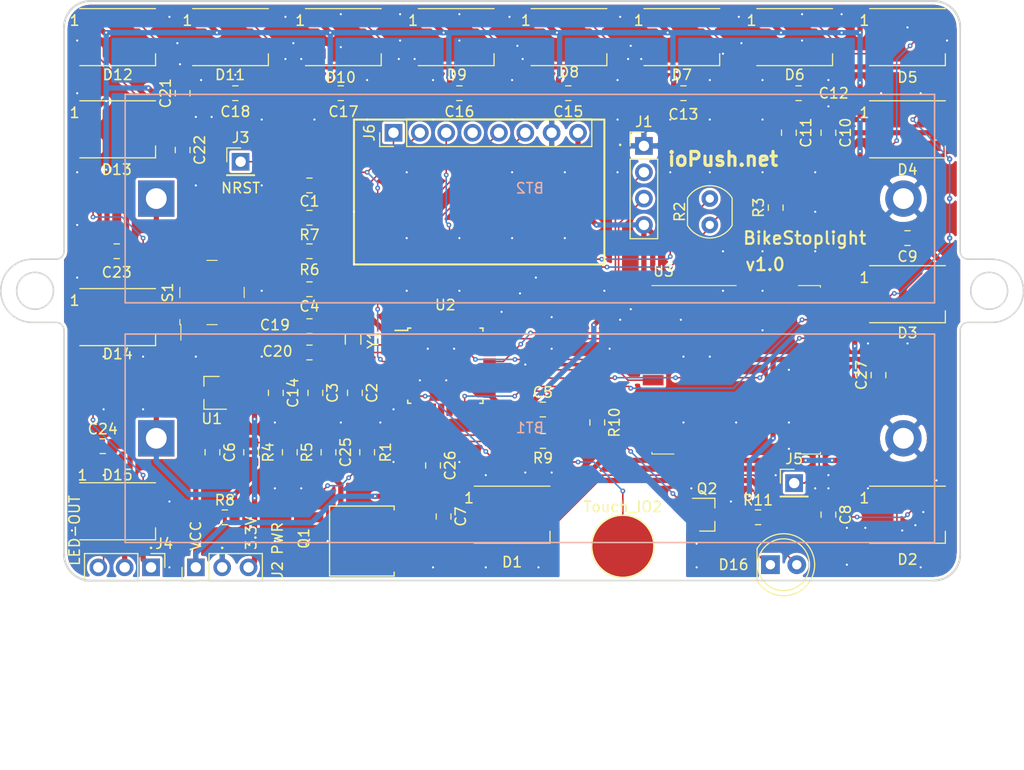
<source format=kicad_pcb>
(kicad_pcb (version 20171130) (host pcbnew "(5.1.2)-2")
  (layers (0 F.Cu signal) (31 B.Cu signal) (34 B.Paste user) (35 F.Paste user) (36 B.SilkS user) (37 F.SilkS user) (38 B.Mask user) (39 F.Mask user) (44 Edge.Cuts user))
  (net 0 "")
  (net 1 "Net-(S1-Pad1)")
  (net 2 GND)
  (net 3 "Net-(S1-Pad3)")
  (net 4 /NRST)
  (net 5 /VBat_Scale)
  (net 6 GNDPWR)
  (net 7 "Net-(Q1-Pad1)")
  (net 8 +BATT)
  (net 9 /BOOT)
  (net 10 +3V3)
  (net 11 /LDR_OUT)
  (net 12 /SX_MISO)
  (net 13 /SX_MOSI)
  (net 14 /SX_SCK)
  (net 15 /SX_NSS)
  (net 16 /SX_Reset)
  (net 17 "Net-(U3-Pad7)")
  (net 18 "Net-(U3-Pad11)")
  (net 19 "Net-(U3-Pad12)")
  (net 20 VCC)
  (net 21 "Net-(U3-Pad16)")
  (net 22 "Net-(C19-Pad1)")
  (net 23 "Net-(C20-Pad1)")
  (net 24 "Net-(U2-Pad6)")
  (net 25 "Net-(U2-Pad13)")
  (net 26 "Net-(U2-Pad14)")
  (net 27 /SWDIO)
  (net 28 /SWCLK)
  (net 29 /LDR_PWR)
  (net 30 /LED_D5_DOUT)
  (net 31 "Net-(D6-Pad2)")
  (net 32 "Net-(D15-Pad2)")
  (net 33 "Net-(D14-Pad2)")
  (net 34 "Net-(D13-Pad2)")
  (net 35 "Net-(D12-Pad2)")
  (net 36 "Net-(D11-Pad2)")
  (net 37 /LED_D10_DOUT)
  (net 38 "Net-(D10-Pad4)")
  (net 39 "Net-(D8-Pad2)")
  (net 40 "Net-(D7-Pad2)")
  (net 41 "Net-(D4-Pad2)")
  (net 42 "Net-(D3-Pad2)")
  (net 43 "Net-(D2-Pad2)")
  (net 44 /LED_D1_DIN)
  (net 45 "Net-(D1-Pad2)")
  (net 46 /ADR)
  (net 47 /SX_ANT)
  (net 48 /TSC_G2_IO1_S)
  (net 49 /TSC_G2_IO2)
  (net 50 /I2C1_SCL)
  (net 51 /I2C1_SDA)
  (net 52 /BNO_INT_EXTI5)
  (net 53 /PWR_ON)
  (net 54 /SX_DIO1)
  (net 55 /SX_DIO0)
  (net 56 "Net-(Q2-Pad1)")
  (net 57 /LED_DOWN)
  (net 58 "Net-(D16-Pad1)")
  (net 59 "Net-(D16-Pad2)")
  (module LED_THT:LED_D5.0mm (layer F.Cu) (at 97.282 172.466)
    (fp_text reference D16 (at -3.556 0) (layer F.SilkS))
    (fp_text value LED)
    (pad 1 thru_hole rect (at 0 0) (size 1.8 1.8) (drill 0.9) (layers *.Cu *.Mask) (net 58 "Net-(D16-Pad1)"))
    (pad 2 thru_hole circle (at 2.54 0) (size 1.8 1.8) (drill 0.9) (layers *.Cu *.Mask) (net 59 "Net-(D16-Pad2)"))
  )
  (module Connector_PinHeader_2.54mm:PinHeader_1x03_P2.54mm_Vertical (layer F.Cu) (at 37.592 172.72 270)
    (fp_text reference J4 (at -2.286 -1.27 180) (layer F.SilkS))
    (fp_text value LED-OUT (at -3.556 7.366 90) (layer F.SilkS))
    (pad 3 thru_hole oval (at 0 5.08 270) (size 1.7 1.7) (drill 1) (layers *.Cu *.Mask) (net 32 "Net-(D15-Pad2)"))
    (pad 2 thru_hole oval (at 0 2.54 270) (size 1.7 1.7) (drill 1) (layers *.Cu *.Mask) (net 20 VCC))
    (pad 1 thru_hole rect (at 0 0 270) (size 1.7 1.7) (drill 1) (layers *.Cu *.Mask) (net 6 GNDPWR))
  )
  (module Resistor_SMD:R_0805_2012Metric (layer F.Cu) (at 96.0905 167.894)
    (fp_text reference R11 (at 0 -1.65) (layer F.SilkS))
    (fp_text value "165 Ohm")
    (pad 2 smd roundrect (at 0.9375 0) (size 0.975 1.4) (layers F.Cu F.Paste F.Mask) (net 59 "Net-(D16-Pad2)"))
    (pad 1 smd roundrect (at -0.9375 0) (size 0.975 1.4) (layers F.Cu F.Paste F.Mask) (net 10 +3V3))
  )
  (module Connector_PinHeader_2.54mm:PinHeader_1x01_P2.54mm_Vertical (layer F.Cu) (at 46.228 133.604)
    (fp_text reference J3 (at 0 -2.33) (layer F.SilkS))
    (fp_text value NRST)
    (pad 1 thru_hole rect (at 0 0) (size 1.7 1.7) (drill 1) (layers *.Cu *.Mask) (net 4 /NRST))
  )
  (module Resistor_SMD:R_0805_2012Metric (layer F.Cu) (at 80.5965 158.75 270)
    (fp_text reference R10 (at 0 -1.65 270) (layer F.SilkS))
    (fp_text value "100 kOhm")
    (pad 1 smd roundrect (at -0.9375 0 270) (size 0.975 1.4) (layers F.Cu F.Paste F.Mask) (net 2 GND))
    (pad 2 smd roundrect (at 0.9375 0 270) (size 0.975 1.4) (layers F.Cu F.Paste F.Mask) (net 56 "Net-(Q2-Pad1)"))
  )
  (module Battery:BatteryHolder_MPD_BH-18650-PC2 (layer B.Cu) (at 38.1 160.274)
    (fp_text reference BT1 (at 36 -1) (layer B.SilkS) (effects (justify mirror)))
    (fp_text value 18650)
    (pad 1 thru_hole rect (at 0 0) (size 3.5 3.5) (drill 2) (layers *.Cu *.Mask) (net 8 +BATT))
    (pad 2 thru_hole circle (at 72 0) (size 3.5 3.5) (drill 2) (layers *.Cu *.Mask) (net 2 GND))
  )
  (module Package_TO_SOT_SMD:SOT-23 (layer F.Cu) (at 91.17 167.64)
    (fp_text reference Q2 (at 0 -2.5) (layer F.SilkS))
    (fp_text value BSS138)
    (pad 1 smd rect (at -1 -0.95) (size 0.9 0.8) (layers F.Cu F.Paste F.Mask) (net 56 "Net-(Q2-Pad1)"))
    (pad 2 smd rect (at -1 0.95) (size 0.9 0.8) (layers F.Cu F.Paste F.Mask) (net 2 GND))
    (pad 3 smd rect (at 1 0) (size 0.9 0.8) (layers F.Cu F.Paste F.Mask) (net 58 "Net-(D16-Pad1)"))
  )
  (module Resistor_SMD:R_0805_2012Metric (layer F.Cu) (at 75.3595 160.528 180)
    (fp_text reference R9 (at 0 -1.65 180) (layer F.SilkS))
    (fp_text value "160 Ohm")
    (pad 2 smd roundrect (at 0.9375 0 180) (size 0.975 1.4) (layers F.Cu F.Paste F.Mask) (net 57 /LED_DOWN))
    (pad 1 smd roundrect (at -0.9375 0 180) (size 0.975 1.4) (layers F.Cu F.Paste F.Mask) (net 56 "Net-(Q2-Pad1)"))
  )
  (module Perso:Capacitive_Touch_6_mm (layer F.Cu) (at 83.058 170.688)
    (fp_text reference S2)
    (fp_text value Touch_IO2 (at 0 -3.81) (layer F.SilkS))
    (pad 1 smd circle (at 0 0) (size 5.999988 5.999988) (layers F.Cu) (net 49 /TSC_G2_IO2) (clearance 2.999994))
  )
  (module Resistor_SMD:R_0805_2012Metric (layer F.Cu) (at 44.704 167.894)
    (fp_text reference R8 (at 0 -1.65) (layer F.SilkS))
    (fp_text value "0 Ohm")
    (pad 1 smd roundrect (at -0.9375 0) (size 0.975 1.4) (layers F.Cu F.Paste F.Mask) (net 20 VCC))
    (pad 2 smd roundrect (at 0.9375 0) (size 0.975 1.4) (layers F.Cu F.Paste F.Mask) (net 8 +BATT))
  )
  (module Battery:BatteryHolder_MPD_BH-18650-PC2 (layer B.Cu) (at 38.1 137.16)
    (fp_text reference BT2 (at 36 -1) (layer B.SilkS) (effects (justify mirror)))
    (fp_text value 18650)
    (pad 2 thru_hole circle (at 72 0) (size 3.5 3.5) (drill 2) (layers *.Cu *.Mask) (net 2 GND))
    (pad 1 thru_hole rect (at 0 0) (size 3.5 3.5) (drill 2) (layers *.Cu *.Mask) (net 8 +BATT))
  )
  (module Resistor_SMD:R_0805_2012Metric (layer F.Cu) (at 52.861192 142.24)
    (fp_text reference R6 (at 0 1.778) (layer F.SilkS))
    (fp_text value "10 kOhm")
    (pad 2 smd roundrect (at 0.9375 0) (size 0.975 1.4) (layers F.Cu F.Paste F.Mask) (net 9 /BOOT))
    (pad 1 smd roundrect (at -0.9375 0) (size 0.975 1.4) (layers F.Cu F.Paste F.Mask) (net 10 +3V3))
  )
  (module Resistor_SMD:R_0805_2012Metric (layer F.Cu) (at 52.861192 139.007415 180)
    (fp_text reference R7 (at 0 -1.65 180) (layer F.SilkS))
    (fp_text value NC)
    (pad 1 smd roundrect (at -0.9375 0 180) (size 0.975 1.4) (layers F.Cu F.Paste F.Mask) (net 9 /BOOT))
    (pad 2 smd roundrect (at 0.9375 0 180) (size 0.975 1.4) (layers F.Cu F.Paste F.Mask) (net 2 GND))
  )
  (module Resistor_SMD:R_0805_2012Metric (layer F.Cu) (at 97.79 138.035 90)
    (fp_text reference R3 (at 0 -1.65 90) (layer F.SilkS))
    (fp_text value "10 k")
    (pad 2 smd roundrect (at 0.9375 0 90) (size 0.975 1.4) (layers F.Cu F.Paste F.Mask) (net 2 GND))
    (pad 1 smd roundrect (at -0.9375 0 90) (size 0.975 1.4) (layers F.Cu F.Paste F.Mask) (net 11 /LDR_OUT))
  )
  (module Capacitor_SMD:C_0805_2012Metric (layer F.Cu) (at 52.861192 149.45966 180)
    (fp_text reference C19 (at 3.331192 0.10766 180) (layer F.SilkS))
    (fp_text value "2.2 pF")
    (pad 2 smd roundrect (at 0.9375 0 180) (size 0.975 1.4) (layers F.Cu F.Paste F.Mask) (net 2 GND))
    (pad 1 smd roundrect (at -0.9375 0 180) (size 0.975 1.4) (layers F.Cu F.Paste F.Mask) (net 22 "Net-(C19-Pad1)"))
  )
  (module Capacitor_SMD:C_0805_2012Metric (layer F.Cu) (at 52.861192 151.99966 180)
    (fp_text reference C20 (at 3.077192 0.10766 180) (layer F.SilkS))
    (fp_text value "2.2 pF")
    (pad 2 smd roundrect (at 0.9375 0 180) (size 0.975 1.4) (layers F.Cu F.Paste F.Mask) (net 2 GND))
    (pad 1 smd roundrect (at -0.9375 0 180) (size 0.975 1.4) (layers F.Cu F.Paste F.Mask) (net 23 "Net-(C20-Pad1)"))
  )
  (module Capacitor_SMD:C_0805_2012Metric (layer F.Cu) (at 40.64 127 90)
    (fp_text reference C21 (at 0 -1.65 90) (layer F.SilkS))
    (fp_text value "100 nF")
    (pad 2 smd roundrect (at 0.9375 0 90) (size 0.975 1.4) (layers F.Cu F.Paste F.Mask) (net 6 GNDPWR))
    (pad 1 smd roundrect (at -0.9375 0 90) (size 0.975 1.4) (layers F.Cu F.Paste F.Mask) (net 20 VCC))
  )
  (module Capacitor_SMD:C_0805_2012Metric (layer F.Cu) (at 40.64 132.475 270)
    (fp_text reference C22 (at 0 -1.65 270) (layer F.SilkS))
    (fp_text value "100 nF")
    (pad 2 smd roundrect (at 0.9375 0 270) (size 0.975 1.4) (layers F.Cu F.Paste F.Mask) (net 6 GNDPWR))
    (pad 1 smd roundrect (at -0.9375 0 270) (size 0.975 1.4) (layers F.Cu F.Paste F.Mask) (net 20 VCC))
  )
  (module Capacitor_SMD:C_0805_2012Metric (layer F.Cu) (at 34.29 142.24)
    (fp_text reference C23 (at 0 2.032) (layer F.SilkS))
    (fp_text value "100 nF")
    (pad 2 smd roundrect (at 0.9375 0) (size 0.975 1.4) (layers F.Cu F.Paste F.Mask) (net 6 GNDPWR))
    (pad 1 smd roundrect (at -0.9375 0) (size 0.975 1.4) (layers F.Cu F.Paste F.Mask) (net 20 VCC))
  )
  (module Capacitor_SMD:C_0805_2012Metric (layer F.Cu) (at 32.9415 161.036)
    (fp_text reference C24 (at 0 -1.65) (layer F.SilkS))
    (fp_text value "100 nF")
    (pad 2 smd roundrect (at 0.9375 0) (size 0.975 1.4) (layers F.Cu F.Paste F.Mask) (net 6 GNDPWR))
    (pad 1 smd roundrect (at -0.9375 0) (size 0.975 1.4) (layers F.Cu F.Paste F.Mask) (net 20 VCC))
  )
  (module Capacitor_SMD:C_0805_2012Metric (layer F.Cu) (at 54.693125 161.6225 270)
    (fp_text reference C25 (at 0 -1.65 270) (layer F.SilkS))
    (fp_text value "100 nF")
    (pad 2 smd roundrect (at 0.9375 0 270) (size 0.975 1.4) (layers F.Cu F.Paste F.Mask) (net 6 GNDPWR))
    (pad 1 smd roundrect (at -0.9375 0 270) (size 0.975 1.4) (layers F.Cu F.Paste F.Mask) (net 5 /VBat_Scale))
  )
  (module Capacitor_SMD:C_0805_2012Metric (layer F.Cu) (at 107.696 154.178 90)
    (fp_text reference C27 (at 0 -1.65 90) (layer F.SilkS))
    (fp_text value "100 nF")
    (pad 2 smd roundrect (at 0.9375 0 90) (size 0.975 1.4) (layers F.Cu F.Paste F.Mask) (net 10 +3V3))
    (pad 1 smd roundrect (at -0.9375 0 90) (size 0.975 1.4) (layers F.Cu F.Paste F.Mask) (net 2 GND))
  )
  (module Capacitor_SMD:C_0805_2012Metric (layer F.Cu) (at 64.77 162.8925 270)
    (fp_text reference C26 (at 0 -1.65 270) (layer F.SilkS))
    (fp_text value TBC)
    (pad 2 smd roundrect (at 0.9375 0 270) (size 0.975 1.4) (layers F.Cu F.Paste F.Mask) (net 2 GND))
    (pad 1 smd roundrect (at -0.9375 0 270) (size 0.975 1.4) (layers F.Cu F.Paste F.Mask) (net 48 /TSC_G2_IO1_S))
  )
  (module ABS07-120-32.768KHZ-T:XTAL_ABS07-120-32.768KHZ-T (layer F.Cu) (at 57.066192 150.74966 270)
    (fp_text reference Y1 (at 0 -1.91409 270) (layer F.SilkS))
    (fp_text value ABS07-120-32.768KHZ-T)
    (pad 2 smd rect (at 1.25 0 270) (size 1 1.8) (layers F.Cu F.Paste F.Mask) (net 23 "Net-(C20-Pad1)"))
    (pad 1 smd rect (at -1.25 0 270) (size 1 1.8) (layers F.Cu F.Paste F.Mask) (net 22 "Net-(C19-Pad1)"))
  )
  (module Capacitor_SMD:C_0805_2012Metric (layer F.Cu) (at 52.861192 135.89)
    (fp_text reference C1 (at 0 1.524) (layer F.SilkS))
    (fp_text value "100 nF")
    (pad 2 smd roundrect (at 0.9375 0) (size 0.975 1.4) (layers F.Cu F.Paste F.Mask) (net 2 GND))
    (pad 1 smd roundrect (at -0.9375 0) (size 0.975 1.4) (layers F.Cu F.Paste F.Mask) (net 4 /NRST))
  )
  (module Capacitor_SMD:C_0805_2012Metric (layer F.Cu) (at 102.87 130.81 270)
    (fp_text reference C10 (at 0 -1.65 270) (layer F.SilkS))
    (fp_text value "100 nF")
    (pad 2 smd roundrect (at 0.9375 0 270) (size 0.975 1.4) (layers F.Cu F.Paste F.Mask) (net 6 GNDPWR))
    (pad 1 smd roundrect (at -0.9375 0 270) (size 0.975 1.4) (layers F.Cu F.Paste F.Mask) (net 20 VCC))
  )
  (module Capacitor_SMD:C_0805_2012Metric (layer F.Cu) (at 102.87 167.64 270)
    (fp_text reference C8 (at 0 -1.65 270) (layer F.SilkS))
    (fp_text value "100 nF")
    (pad 2 smd roundrect (at 0.9375 0 270) (size 0.975 1.4) (layers F.Cu F.Paste F.Mask) (net 6 GNDPWR))
    (pad 1 smd roundrect (at -0.9375 0 270) (size 0.975 1.4) (layers F.Cu F.Paste F.Mask) (net 20 VCC))
  )
  (module Capacitor_SMD:C_0805_2012Metric (layer F.Cu) (at 65.786 167.8155 270)
    (fp_text reference C7 (at 0 -1.65 270) (layer F.SilkS))
    (fp_text value "100 nF")
    (pad 2 smd roundrect (at 0.9375 0 270) (size 0.975 1.4) (layers F.Cu F.Paste F.Mask) (net 6 GNDPWR))
    (pad 1 smd roundrect (at -0.9375 0 270) (size 0.975 1.4) (layers F.Cu F.Paste F.Mask) (net 20 VCC))
  )
  (module Capacitor_SMD:C_0805_2012Metric (layer F.Cu) (at 43.5125 161.6225 270)
    (fp_text reference C6 (at 0 -1.65 270) (layer F.SilkS))
    (fp_text value "1 uF")
    (pad 2 smd roundrect (at 0.9375 0 270) (size 0.975 1.4) (layers F.Cu F.Paste F.Mask) (net 2 GND))
    (pad 1 smd roundrect (at -0.9375 0 270) (size 0.975 1.4) (layers F.Cu F.Paste F.Mask) (net 20 VCC))
  )
  (module Capacitor_SMD:C_0805_2012Metric (layer F.Cu) (at 75.350596 157.49983)
    (fp_text reference C5 (at 0 -1.65) (layer F.SilkS))
    (fp_text value "100 nF")
    (pad 2 smd roundrect (at 0.9375 0) (size 0.975 1.4) (layers F.Cu F.Paste F.Mask) (net 2 GND))
    (pad 1 smd roundrect (at -0.9375 0) (size 0.975 1.4) (layers F.Cu F.Paste F.Mask) (net 10 +3V3))
  )
  (module Capacitor_SMD:C_0805_2012Metric (layer F.Cu) (at 52.861192 145.902245 180)
    (fp_text reference C4 (at 0 -1.65 180) (layer F.SilkS))
    (fp_text value "100 nF")
    (pad 2 smd roundrect (at 0.9375 0 180) (size 0.975 1.4) (layers F.Cu F.Paste F.Mask) (net 2 GND))
    (pad 1 smd roundrect (at -0.9375 0 180) (size 0.975 1.4) (layers F.Cu F.Paste F.Mask) (net 10 +3V3))
  )
  (module Capacitor_SMD:C_0805_2012Metric (layer F.Cu) (at 53.428096 155.89733 270)
    (fp_text reference C3 (at 0 -1.65 270) (layer F.SilkS))
    (fp_text value "100 nF")
    (pad 2 smd roundrect (at 0.9375 0 270) (size 0.975 1.4) (layers F.Cu F.Paste F.Mask) (net 2 GND))
    (pad 1 smd roundrect (at -0.9375 0 270) (size 0.975 1.4) (layers F.Cu F.Paste F.Mask) (net 10 +3V3))
  )
  (module Capacitor_SMD:C_0805_2012Metric (layer F.Cu) (at 57.238096 155.89733 270)
    (fp_text reference C2 (at 0 -1.65 270) (layer F.SilkS))
    (fp_text value "10 uF")
    (pad 2 smd roundrect (at 0.9375 0 270) (size 0.975 1.4) (layers F.Cu F.Paste F.Mask) (net 2 GND))
    (pad 1 smd roundrect (at -0.9375 0 270) (size 0.975 1.4) (layers F.Cu F.Paste F.Mask) (net 10 +3V3))
  )
  (module Capacitor_SMD:C_0805_2012Metric (layer F.Cu) (at 110.49 140.97)
    (fp_text reference C9 (at 0 1.778) (layer F.SilkS))
    (fp_text value "100 nF")
    (pad 2 smd roundrect (at 0.9375 0) (size 0.975 1.4) (layers F.Cu F.Paste F.Mask) (net 6 GNDPWR))
    (pad 1 smd roundrect (at -0.9375 0) (size 0.975 1.4) (layers F.Cu F.Paste F.Mask) (net 20 VCC))
  )
  (module Capacitor_SMD:C_0805_2012Metric (layer F.Cu) (at 99.06 130.81 270)
    (fp_text reference C11 (at 0 -1.65 270) (layer F.SilkS))
    (fp_text value "100 nF")
    (pad 2 smd roundrect (at 0.9375 0 270) (size 0.975 1.4) (layers F.Cu F.Paste F.Mask) (net 6 GNDPWR))
    (pad 1 smd roundrect (at -0.9375 0 270) (size 0.975 1.4) (layers F.Cu F.Paste F.Mask) (net 20 VCC))
  )
  (module Capacitor_SMD:C_0805_2012Metric (layer F.Cu) (at 99.9975 127)
    (fp_text reference C12 (at 3.3805 0) (layer F.SilkS))
    (fp_text value "100 nF")
    (pad 2 smd roundrect (at 0.9375 0) (size 0.975 1.4) (layers F.Cu F.Paste F.Mask) (net 6 GNDPWR))
    (pad 1 smd roundrect (at -0.9375 0) (size 0.975 1.4) (layers F.Cu F.Paste F.Mask) (net 20 VCC))
  )
  (module Capacitor_SMD:C_0805_2012Metric (layer F.Cu) (at 88.9 127)
    (fp_text reference C13 (at 0 2.032) (layer F.SilkS))
    (fp_text value "100 nF")
    (pad 2 smd roundrect (at 0.9375 0) (size 0.975 1.4) (layers F.Cu F.Paste F.Mask) (net 6 GNDPWR))
    (pad 1 smd roundrect (at -0.9375 0) (size 0.975 1.4) (layers F.Cu F.Paste F.Mask) (net 20 VCC))
  )
  (module Capacitor_SMD:C_0805_2012Metric (layer F.Cu) (at 77.8025 127)
    (fp_text reference C15 (at 0 1.778) (layer F.SilkS))
    (fp_text value "100 nF")
    (pad 2 smd roundrect (at 0.9375 0) (size 0.975 1.4) (layers F.Cu F.Paste F.Mask) (net 6 GNDPWR))
    (pad 1 smd roundrect (at -0.9375 0) (size 0.975 1.4) (layers F.Cu F.Paste F.Mask) (net 20 VCC))
  )
  (module Capacitor_SMD:C_0805_2012Metric (layer F.Cu) (at 45.72 127)
    (fp_text reference C18 (at 0 1.778) (layer F.SilkS))
    (fp_text value "100 nF")
    (pad 2 smd roundrect (at 0.9375 0) (size 0.975 1.4) (layers F.Cu F.Paste F.Mask) (net 6 GNDPWR))
    (pad 1 smd roundrect (at -0.9375 0) (size 0.975 1.4) (layers F.Cu F.Paste F.Mask) (net 20 VCC))
  )
  (module Capacitor_SMD:C_0805_2012Metric (layer F.Cu) (at 55.88 127)
    (fp_text reference C17 (at 0.254 1.778) (layer F.SilkS))
    (fp_text value "100 nF")
    (pad 2 smd roundrect (at 0.9375 0) (size 0.975 1.4) (layers F.Cu F.Paste F.Mask) (net 6 GNDPWR))
    (pad 1 smd roundrect (at -0.9375 0) (size 0.975 1.4) (layers F.Cu F.Paste F.Mask) (net 20 VCC))
  )
  (module Capacitor_SMD:C_0805_2012Metric (layer F.Cu) (at 67.31 127)
    (fp_text reference C16 (at 0 1.778) (layer F.SilkS))
    (fp_text value "100 nF")
    (pad 2 smd roundrect (at 0.9375 0) (size 0.975 1.4) (layers F.Cu F.Paste F.Mask) (net 6 GNDPWR))
    (pad 1 smd roundrect (at -0.9375 0) (size 0.975 1.4) (layers F.Cu F.Paste F.Mask) (net 20 VCC))
  )
  (module Capacitor_SMD:C_0805_2012Metric (layer F.Cu) (at 49.618096 155.89733 270)
    (fp_text reference C14 (at 0 -1.65 270) (layer F.SilkS))
    (fp_text value "1 uF")
    (pad 2 smd roundrect (at 0.9375 0 270) (size 0.975 1.4) (layers F.Cu F.Paste F.Mask) (net 2 GND))
    (pad 1 smd roundrect (at -0.9375 0 270) (size 0.975 1.4) (layers F.Cu F.Paste F.Mask) (net 10 +3V3))
  )
  (module Connector_PinHeader_2.54mm:PinHeader_1x01_P2.54mm_Vertical (layer F.Cu) (at 99.568 164.592)
    (fp_text reference J5 (at 0 -2.33) (layer F.SilkS))
    (fp_text value Conn_01x01)
    (pad 1 thru_hole rect (at 0 0) (size 1.7 1.7) (drill 1) (layers *.Cu *.Mask) (net 47 /SX_ANT))
  )
  (module Connector_PinHeader_2.54mm:PinHeader_1x03_P2.54mm_Vertical (layer F.Cu) (at 41.91 172.72 90)
    (fp_text reference J2 (at -0.254 7.874 270) (layer F.SilkS))
    (fp_text value PWR (at 2.794 7.874 90) (layer F.SilkS))
    (pad 3 thru_hole oval (at 0 5.08 90) (size 1.7 1.7) (drill 1) (layers *.Cu *.Mask) (net 10 +3V3))
    (pad 2 thru_hole oval (at 0 2.54 90) (size 1.7 1.7) (drill 1) (layers *.Cu *.Mask) (net 2 GND))
    (pad 1 thru_hole rect (at 0 0 90) (size 1.7 1.7) (drill 1) (layers *.Cu *.Mask) (net 20 VCC))
  )
  (module Connector_PinHeader_2.54mm:PinHeader_1x04_P2.54mm_Vertical (layer F.Cu) (at 85.09 132.08)
    (fp_text reference J1 (at 0 -2.33) (layer F.SilkS))
    (fp_text value ST-Link)
    (pad 4 thru_hole oval (at 0 7.62) (size 1.7 1.7) (drill 1) (layers *.Cu *.Mask) (net 10 +3V3))
    (pad 3 thru_hole oval (at 0 5.08) (size 1.7 1.7) (drill 1) (layers *.Cu *.Mask) (net 27 /SWDIO))
    (pad 2 thru_hole oval (at 0 2.54) (size 1.7 1.7) (drill 1) (layers *.Cu *.Mask) (net 28 /SWCLK))
    (pad 1 thru_hole rect (at 0 0) (size 1.7 1.7) (drill 1) (layers *.Cu *.Mask) (net 2 GND))
  )
  (module Connector_PinHeader_2.54mm:PinHeader_1x08_P2.54mm_Vertical (layer F.Cu) (at 60.96 130.81 90)
    (fp_text reference J6 (at 0 -2.33 90) (layer F.SilkS))
    (fp_text value Conn_01x08)
    (pad 8 thru_hole oval (at 0 17.78 90) (size 1.7 1.7) (drill 1) (layers *.Cu *.Mask) (net 10 +3V3))
    (pad 7 thru_hole oval (at 0 15.24 90) (size 1.7 1.7) (drill 1) (layers *.Cu *.Mask) (net 2 GND))
    (pad 6 thru_hole oval (at 0 12.7 90) (size 1.7 1.7) (drill 1) (layers *.Cu *.Mask) (net 50 /I2C1_SCL))
    (pad 5 thru_hole oval (at 0 10.16 90) (size 1.7 1.7) (drill 1) (layers *.Cu *.Mask) (net 51 /I2C1_SDA))
    (pad 4 thru_hole oval (at 0 7.62 90) (size 1.7 1.7) (drill 1) (layers *.Cu *.Mask) (net 46 /ADR))
    (pad 3 thru_hole oval (at 0 5.08 90) (size 1.7 1.7) (drill 1) (layers *.Cu *.Mask) (net 52 /BNO_INT_EXTI5))
    (pad 2 thru_hole oval (at 0 2.54 90) (size 1.7 1.7) (drill 1) (layers *.Cu *.Mask) (net 9 /BOOT))
    (pad 1 thru_hole rect (at 0 0 90) (size 1.7 1.7) (drill 1) (layers *.Cu *.Mask) (net 4 /NRST))
  )
  (module DPAK229P990X238-3N:DPAK229P990X238-3N (layer F.Cu) (at 56.926 170.18 270)
    (fp_text reference Q1 (at -0.254 4.602 270) (layer F.SilkS))
    (fp_text value NTD4909N)
    (pad 3 smd rect (at 2.29 4.14 270) (size 0.97 2.83) (layers F.Cu F.Paste F.Mask) (net 2 GND))
    (pad 1 smd rect (at -2.29 4.14 270) (size 0.97 2.83) (layers F.Cu F.Paste F.Mask) (net 7 "Net-(Q1-Pad1)"))
    (pad 4 smd rect (at 0 -2.51 270) (size 5.63 6.09) (layers F.Cu F.Paste F.Mask) (net 6 GNDPWR))
  )
  (module LED_SMD:LED_WS2812B_PLCC4_5.0x5.0mm_P3.2mm (layer F.Cu) (at 77.871428 121.59)
    (fp_text reference D8 (at 0 3.378) (layer F.SilkS))
    (fp_text value WS2812B)
    (fp_text user 1 (at -4.15 -1.6) (layer F.SilkS))
    (pad 1 smd rect (at -2.45 -1.6) (size 1.5 1) (layers F.Cu F.Paste F.Mask) (net 20 VCC))
    (pad 2 smd rect (at -2.45 1.6) (size 1.5 1) (layers F.Cu F.Paste F.Mask) (net 39 "Net-(D8-Pad2)"))
    (pad 4 smd rect (at 2.45 -1.6) (size 1.5 1) (layers F.Cu F.Paste F.Mask) (net 40 "Net-(D7-Pad2)"))
    (pad 3 smd rect (at 2.45 1.6) (size 1.5 1) (layers F.Cu F.Paste F.Mask) (net 6 GNDPWR))
  )
  (module LED_SMD:LED_WS2812B_PLCC4_5.0x5.0mm_P3.2mm (layer F.Cu) (at 110.49 167.64)
    (fp_text reference D2 (at 0 4.318) (layer F.SilkS))
    (fp_text value WS2812B)
    (fp_text user 1 (at -4.15 -1.6) (layer F.SilkS))
    (pad 1 smd rect (at -2.45 -1.6) (size 1.5 1) (layers F.Cu F.Paste F.Mask) (net 20 VCC))
    (pad 2 smd rect (at -2.45 1.6) (size 1.5 1) (layers F.Cu F.Paste F.Mask) (net 43 "Net-(D2-Pad2)"))
    (pad 4 smd rect (at 2.45 -1.6) (size 1.5 1) (layers F.Cu F.Paste F.Mask) (net 45 "Net-(D1-Pad2)"))
    (pad 3 smd rect (at 2.45 1.6) (size 1.5 1) (layers F.Cu F.Paste F.Mask) (net 6 GNDPWR))
  )
  (module LED_SMD:LED_WS2812B_PLCC4_5.0x5.0mm_P3.2mm (layer F.Cu) (at 72.39 167.64)
    (fp_text reference D1 (at 0 4.572) (layer F.SilkS))
    (fp_text value WS2812B)
    (fp_text user 1 (at -4.15 -1.6) (layer F.SilkS))
    (pad 1 smd rect (at -2.45 -1.6) (size 1.5 1) (layers F.Cu F.Paste F.Mask) (net 20 VCC))
    (pad 2 smd rect (at -2.45 1.6) (size 1.5 1) (layers F.Cu F.Paste F.Mask) (net 45 "Net-(D1-Pad2)"))
    (pad 4 smd rect (at 2.45 -1.6) (size 1.5 1) (layers F.Cu F.Paste F.Mask) (net 44 /LED_D1_DIN))
    (pad 3 smd rect (at 2.45 1.6) (size 1.5 1) (layers F.Cu F.Paste F.Mask) (net 6 GNDPWR))
  )
  (module LED_SMD:LED_WS2812B_PLCC4_5.0x5.0mm_P3.2mm (layer F.Cu) (at 110.49 146.38)
    (fp_text reference D3 (at 0 3.734) (layer F.SilkS))
    (fp_text value WS2812B)
    (fp_text user 1 (at -4.15 -1.6) (layer F.SilkS))
    (pad 1 smd rect (at -2.45 -1.6) (size 1.5 1) (layers F.Cu F.Paste F.Mask) (net 20 VCC))
    (pad 2 smd rect (at -2.45 1.6) (size 1.5 1) (layers F.Cu F.Paste F.Mask) (net 42 "Net-(D3-Pad2)"))
    (pad 4 smd rect (at 2.45 -1.6) (size 1.5 1) (layers F.Cu F.Paste F.Mask) (net 43 "Net-(D2-Pad2)"))
    (pad 3 smd rect (at 2.45 1.6) (size 1.5 1) (layers F.Cu F.Paste F.Mask) (net 6 GNDPWR))
  )
  (module LED_SMD:LED_WS2812B_PLCC4_5.0x5.0mm_P3.2mm (layer F.Cu) (at 110.49 130.48)
    (fp_text reference D4 (at 0 3.886) (layer F.SilkS))
    (fp_text value WS2812B)
    (fp_text user 1 (at -4.15 -1.6) (layer F.SilkS))
    (pad 1 smd rect (at -2.45 -1.6) (size 1.5 1) (layers F.Cu F.Paste F.Mask) (net 20 VCC))
    (pad 2 smd rect (at -2.45 1.6) (size 1.5 1) (layers F.Cu F.Paste F.Mask) (net 41 "Net-(D4-Pad2)"))
    (pad 4 smd rect (at 2.45 -1.6) (size 1.5 1) (layers F.Cu F.Paste F.Mask) (net 42 "Net-(D3-Pad2)"))
    (pad 3 smd rect (at 2.45 1.6) (size 1.5 1) (layers F.Cu F.Paste F.Mask) (net 6 GNDPWR))
  )
  (module LED_SMD:LED_WS2812B_PLCC4_5.0x5.0mm_P3.2mm (layer F.Cu) (at 110.49 121.59)
    (fp_text reference D5 (at 0 3.886) (layer F.SilkS))
    (fp_text value WS2812B)
    (fp_text user 1 (at -4.15 -1.6) (layer F.SilkS))
    (pad 1 smd rect (at -2.45 -1.6) (size 1.5 1) (layers F.Cu F.Paste F.Mask) (net 20 VCC))
    (pad 2 smd rect (at -2.45 1.6) (size 1.5 1) (layers F.Cu F.Paste F.Mask) (net 30 /LED_D5_DOUT))
    (pad 4 smd rect (at 2.45 -1.6) (size 1.5 1) (layers F.Cu F.Paste F.Mask) (net 41 "Net-(D4-Pad2)"))
    (pad 3 smd rect (at 2.45 1.6) (size 1.5 1) (layers F.Cu F.Paste F.Mask) (net 6 GNDPWR))
  )
  (module LED_SMD:LED_WS2812B_PLCC4_5.0x5.0mm_P3.2mm (layer F.Cu) (at 88.744285 121.59)
    (fp_text reference D7 (at 0 3.632) (layer F.SilkS))
    (fp_text value WS2812B)
    (fp_text user 1 (at -4.15 -1.6) (layer F.SilkS))
    (pad 1 smd rect (at -2.45 -1.6) (size 1.5 1) (layers F.Cu F.Paste F.Mask) (net 20 VCC))
    (pad 2 smd rect (at -2.45 1.6) (size 1.5 1) (layers F.Cu F.Paste F.Mask) (net 40 "Net-(D7-Pad2)"))
    (pad 4 smd rect (at 2.45 -1.6) (size 1.5 1) (layers F.Cu F.Paste F.Mask) (net 31 "Net-(D6-Pad2)"))
    (pad 3 smd rect (at 2.45 1.6) (size 1.5 1) (layers F.Cu F.Paste F.Mask) (net 6 GNDPWR))
  )
  (module LED_SMD:LED_WS2812B_PLCC4_5.0x5.0mm_P3.2mm (layer F.Cu) (at 66.998571 121.59)
    (fp_text reference D9 (at 0.057429 3.632) (layer F.SilkS))
    (fp_text value WS2812B)
    (fp_text user 1 (at -4.15 -1.6) (layer F.SilkS))
    (pad 1 smd rect (at -2.45 -1.6) (size 1.5 1) (layers F.Cu F.Paste F.Mask) (net 20 VCC))
    (pad 2 smd rect (at -2.45 1.6) (size 1.5 1) (layers F.Cu F.Paste F.Mask) (net 38 "Net-(D10-Pad4)"))
    (pad 4 smd rect (at 2.45 -1.6) (size 1.5 1) (layers F.Cu F.Paste F.Mask) (net 39 "Net-(D8-Pad2)"))
    (pad 3 smd rect (at 2.45 1.6) (size 1.5 1) (layers F.Cu F.Paste F.Mask) (net 6 GNDPWR))
  )
  (module LED_SMD:LED_WS2812B_PLCC4_5.0x5.0mm_P3.2mm (layer F.Cu) (at 56.125714 121.59)
    (fp_text reference D10 (at -0.245714 3.886) (layer F.SilkS))
    (fp_text value WS2812B)
    (fp_text user 1 (at -4.15 -1.6) (layer F.SilkS))
    (pad 1 smd rect (at -2.45 -1.6) (size 1.5 1) (layers F.Cu F.Paste F.Mask) (net 20 VCC))
    (pad 2 smd rect (at -2.45 1.6) (size 1.5 1) (layers F.Cu F.Paste F.Mask) (net 37 /LED_D10_DOUT))
    (pad 4 smd rect (at 2.45 -1.6) (size 1.5 1) (layers F.Cu F.Paste F.Mask) (net 38 "Net-(D10-Pad4)"))
    (pad 3 smd rect (at 2.45 1.6) (size 1.5 1) (layers F.Cu F.Paste F.Mask) (net 6 GNDPWR))
  )
  (module LED_SMD:LED_WS2812B_PLCC4_5.0x5.0mm_P3.2mm (layer F.Cu) (at 45.252857 121.59)
    (fp_text reference D11 (at -0.040857 3.632) (layer F.SilkS))
    (fp_text value WS2812B)
    (fp_text user 1 (at -4.15 -1.6) (layer F.SilkS))
    (pad 1 smd rect (at -2.45 -1.6) (size 1.5 1) (layers F.Cu F.Paste F.Mask) (net 20 VCC))
    (pad 2 smd rect (at -2.45 1.6) (size 1.5 1) (layers F.Cu F.Paste F.Mask) (net 36 "Net-(D11-Pad2)"))
    (pad 4 smd rect (at 2.45 -1.6) (size 1.5 1) (layers F.Cu F.Paste F.Mask) (net 37 /LED_D10_DOUT))
    (pad 3 smd rect (at 2.45 1.6) (size 1.5 1) (layers F.Cu F.Paste F.Mask) (net 6 GNDPWR))
  )
  (module LED_SMD:LED_WS2812B_PLCC4_5.0x5.0mm_P3.2mm (layer F.Cu) (at 34.38 121.59)
    (fp_text reference D12 (at 0 3.632) (layer F.SilkS))
    (fp_text value WS2812B)
    (fp_text user 1 (at -4.15 -1.6) (layer F.SilkS))
    (pad 1 smd rect (at -2.45 -1.6) (size 1.5 1) (layers F.Cu F.Paste F.Mask) (net 20 VCC))
    (pad 2 smd rect (at -2.45 1.6) (size 1.5 1) (layers F.Cu F.Paste F.Mask) (net 35 "Net-(D12-Pad2)"))
    (pad 4 smd rect (at 2.45 -1.6) (size 1.5 1) (layers F.Cu F.Paste F.Mask) (net 36 "Net-(D11-Pad2)"))
    (pad 3 smd rect (at 2.45 1.6) (size 1.5 1) (layers F.Cu F.Paste F.Mask) (net 6 GNDPWR))
  )
  (module LED_SMD:LED_WS2812B_PLCC4_5.0x5.0mm_P3.2mm (layer F.Cu) (at 34.38 130.48)
    (fp_text reference D13 (at -0.09 3.886) (layer F.SilkS))
    (fp_text value WS2812B)
    (fp_text user 1 (at -4.15 -1.6) (layer F.SilkS))
    (pad 1 smd rect (at -2.45 -1.6) (size 1.5 1) (layers F.Cu F.Paste F.Mask) (net 20 VCC))
    (pad 2 smd rect (at -2.45 1.6) (size 1.5 1) (layers F.Cu F.Paste F.Mask) (net 34 "Net-(D13-Pad2)"))
    (pad 4 smd rect (at 2.45 -1.6) (size 1.5 1) (layers F.Cu F.Paste F.Mask) (net 35 "Net-(D12-Pad2)"))
    (pad 3 smd rect (at 2.45 1.6) (size 1.5 1) (layers F.Cu F.Paste F.Mask) (net 6 GNDPWR))
  )
  (module LED_SMD:LED_WS2812B_PLCC4_5.0x5.0mm_P3.2mm (layer F.Cu) (at 34.38 148.59)
    (fp_text reference D14 (at 0 3.556) (layer F.SilkS))
    (fp_text value WS2812B)
    (fp_text user 1 (at -4.15 -1.6) (layer F.SilkS))
    (pad 1 smd rect (at -2.45 -1.6) (size 1.5 1) (layers F.Cu F.Paste F.Mask) (net 20 VCC))
    (pad 2 smd rect (at -2.45 1.6) (size 1.5 1) (layers F.Cu F.Paste F.Mask) (net 33 "Net-(D14-Pad2)"))
    (pad 4 smd rect (at 2.45 -1.6) (size 1.5 1) (layers F.Cu F.Paste F.Mask) (net 34 "Net-(D13-Pad2)"))
    (pad 3 smd rect (at 2.45 1.6) (size 1.5 1) (layers F.Cu F.Paste F.Mask) (net 6 GNDPWR))
  )
  (module LED_SMD:LED_WS2812B_PLCC4_5.0x5.0mm_P3.2mm (layer F.Cu) (at 34.38 167.31)
    (fp_text reference D15 (at 0 -3.5) (layer F.SilkS))
    (fp_text value WS2812B)
    (fp_text user 1 (at -3.392 -3.48) (layer F.SilkS))
    (pad 1 smd rect (at -2.45 -1.6) (size 1.5 1) (layers F.Cu F.Paste F.Mask) (net 20 VCC))
    (pad 2 smd rect (at -2.45 1.6) (size 1.5 1) (layers F.Cu F.Paste F.Mask) (net 32 "Net-(D15-Pad2)"))
    (pad 4 smd rect (at 2.45 -1.6) (size 1.5 1) (layers F.Cu F.Paste F.Mask) (net 33 "Net-(D14-Pad2)"))
    (pad 3 smd rect (at 2.45 1.6) (size 1.5 1) (layers F.Cu F.Paste F.Mask) (net 6 GNDPWR))
  )
  (module LED_SMD:LED_WS2812B_PLCC4_5.0x5.0mm_P3.2mm (layer F.Cu) (at 99.617142 121.59)
    (fp_text reference D6 (at 0 3.632) (layer F.SilkS))
    (fp_text value WS2812B)
    (fp_text user 1 (at -4.15 -1.6) (layer F.SilkS))
    (pad 1 smd rect (at -2.45 -1.6) (size 1.5 1) (layers F.Cu F.Paste F.Mask) (net 20 VCC))
    (pad 2 smd rect (at -2.45 1.6) (size 1.5 1) (layers F.Cu F.Paste F.Mask) (net 31 "Net-(D6-Pad2)"))
    (pad 4 smd rect (at 2.45 -1.6) (size 1.5 1) (layers F.Cu F.Paste F.Mask) (net 30 /LED_D5_DOUT))
    (pad 3 smd rect (at 2.45 1.6) (size 1.5 1) (layers F.Cu F.Paste F.Mask) (net 6 GNDPWR))
  )
  (module OptoDevice:R_LDR_4.9x4.2mm_P2.54mm_Vertical (layer F.Cu) (at 91.44 139.7 90)
    (fp_text reference R2 (at 1.27 -2.9 90) (layer F.SilkS))
    (fp_text value R_PHOTO)
    (pad 2 thru_hole circle (at 2.54 0 90) (size 1.6 1.6) (drill 0.8) (layers *.Cu *.Mask) (net 29 /LDR_PWR))
    (pad 1 thru_hole circle (at 0 0 90) (size 1.6 1.6) (drill 0.8) (layers *.Cu *.Mask) (net 11 /LDR_OUT))
  )
  (module Package_QFP:LQFP-32_7x7mm_P0.8mm (layer F.Cu) (at 65.956192 153.26966)
    (fp_text reference U2 (at 0 -5.85) (layer F.SilkS))
    (fp_text value STM32L052K8Tx)
    (pad 32 smd rect (at -2.8 -4.25 90) (size 1.2 0.6) (layers F.Cu F.Paste F.Mask) (net 2 GND))
    (pad 31 smd rect (at -2 -4.25 90) (size 1.2 0.6) (layers F.Cu F.Paste F.Mask) (net 2 GND))
    (pad 30 smd rect (at -1.2 -4.25 90) (size 1.2 0.6) (layers F.Cu F.Paste F.Mask) (net 51 /I2C1_SDA))
    (pad 29 smd rect (at -0.4 -4.25 90) (size 1.2 0.6) (layers F.Cu F.Paste F.Mask) (net 50 /I2C1_SCL))
    (pad 28 smd rect (at 0.4 -4.25 90) (size 1.2 0.6) (layers F.Cu F.Paste F.Mask) (net 52 /BNO_INT_EXTI5))
    (pad 27 smd rect (at 1.2 -4.25 90) (size 1.2 0.6) (layers F.Cu F.Paste F.Mask) (net 29 /LDR_PWR))
    (pad 26 smd rect (at 2 -4.25 90) (size 1.2 0.6) (layers F.Cu F.Paste F.Mask) (net 14 /SX_SCK))
    (pad 25 smd rect (at 2.8 -4.25 90) (size 1.2 0.6) (layers F.Cu F.Paste F.Mask) (net 11 /LDR_OUT))
    (pad 24 smd rect (at 4.25 -2.8) (size 1.2 0.6) (layers F.Cu F.Paste F.Mask) (net 28 /SWCLK))
    (pad 23 smd rect (at 4.25 -2) (size 1.2 0.6) (layers F.Cu F.Paste F.Mask) (net 27 /SWDIO))
    (pad 22 smd rect (at 4.25 -1.2) (size 1.2 0.6) (layers F.Cu F.Paste F.Mask) (net 13 /SX_MOSI))
    (pad 21 smd rect (at 4.25 -0.4) (size 1.2 0.6) (layers F.Cu F.Paste F.Mask) (net 12 /SX_MISO))
    (pad 20 smd rect (at 4.25 0.4) (size 1.2 0.6) (layers F.Cu F.Paste F.Mask) (net 15 /SX_NSS))
    (pad 19 smd rect (at 4.25 1.2) (size 1.2 0.6) (layers F.Cu F.Paste F.Mask) (net 55 /SX_DIO0))
    (pad 18 smd rect (at 4.25 2) (size 1.2 0.6) (layers F.Cu F.Paste F.Mask) (net 54 /SX_DIO1))
    (pad 17 smd rect (at 4.25 2.8) (size 1.2 0.6) (layers F.Cu F.Paste F.Mask) (net 10 +3V3))
    (pad 16 smd rect (at 2.8 4.25 90) (size 1.2 0.6) (layers F.Cu F.Paste F.Mask) (net 2 GND))
    (pad 15 smd rect (at 2 4.25 90) (size 1.2 0.6) (layers F.Cu F.Paste F.Mask) (net 16 /SX_Reset))
    (pad 14 smd rect (at 1.2 4.25 90) (size 1.2 0.6) (layers F.Cu F.Paste F.Mask) (net 26 "Net-(U2-Pad14)"))
    (pad 13 smd rect (at 0.4 4.25 90) (size 1.2 0.6) (layers F.Cu F.Paste F.Mask) (net 25 "Net-(U2-Pad13)"))
    (pad 12 smd rect (at -0.4 4.25 90) (size 1.2 0.6) (layers F.Cu F.Paste F.Mask) (net 57 /LED_DOWN))
    (pad 11 smd rect (at -1.2 4.25 90) (size 1.2 0.6) (layers F.Cu F.Paste F.Mask) (net 49 /TSC_G2_IO2))
    (pad 10 smd rect (at -2 4.25 90) (size 1.2 0.6) (layers F.Cu F.Paste F.Mask) (net 48 /TSC_G2_IO1_S))
    (pad 9 smd rect (at -2.8 4.25 90) (size 1.2 0.6) (layers F.Cu F.Paste F.Mask) (net 53 /PWR_ON))
    (pad 8 smd rect (at -4.25 2.8) (size 1.2 0.6) (layers F.Cu F.Paste F.Mask) (net 44 /LED_D1_DIN))
    (pad 7 smd rect (at -4.25 2) (size 1.2 0.6) (layers F.Cu F.Paste F.Mask) (net 5 /VBat_Scale))
    (pad 6 smd rect (at -4.25 1.2) (size 1.2 0.6) (layers F.Cu F.Paste F.Mask) (net 24 "Net-(U2-Pad6)"))
    (pad 5 smd rect (at -4.25 0.4) (size 1.2 0.6) (layers F.Cu F.Paste F.Mask) (net 10 +3V3))
    (pad 4 smd rect (at -4.25 -0.4) (size 1.2 0.6) (layers F.Cu F.Paste F.Mask) (net 4 /NRST))
    (pad 3 smd rect (at -4.25 -1.2) (size 1.2 0.6) (layers F.Cu F.Paste F.Mask) (net 23 "Net-(C20-Pad1)"))
    (pad 2 smd rect (at -4.25 -2) (size 1.2 0.6) (layers F.Cu F.Paste F.Mask) (net 22 "Net-(C19-Pad1)"))
    (pad 1 smd rect (at -4.25 -2.8) (size 1.2 0.6) (layers F.Cu F.Paste F.Mask) (net 10 +3V3))
  )
  (module Package_TO_SOT_SMD:SOT-23 (layer F.Cu) (at 43.45 155.89 180)
    (fp_text reference U1 (at 0 -2.5 180) (layer F.SilkS))
    (fp_text value MCP1703A-3302_SOT23)
    (pad 3 smd rect (at 1 0 180) (size 0.9 0.8) (layers F.Cu F.Paste F.Mask) (net 20 VCC))
    (pad 2 smd rect (at -1 0.95 180) (size 0.9 0.8) (layers F.Cu F.Paste F.Mask) (net 10 +3V3))
    (pad 1 smd rect (at -1 -0.95 180) (size 0.9 0.8) (layers F.Cu F.Paste F.Mask) (net 2 GND))
  )
  (module RF_Module:HOPERF_RFM9XW_SMD (layer F.Cu) (at 93.98 153.67)
    (fp_text reference U3 (at -7 -9.5) (layer F.SilkS))
    (fp_text value RFM95W-868S2)
    (pad 16 smd rect (at 8 -7) (size 2 1) (layers F.Cu F.Paste F.Mask) (net 21 "Net-(U3-Pad16)"))
    (pad 15 smd rect (at 8 -5) (size 2 1) (layers F.Cu F.Paste F.Mask) (net 54 /SX_DIO1))
    (pad 14 smd rect (at 8 -3) (size 2 1) (layers F.Cu F.Paste F.Mask) (net 55 /SX_DIO0))
    (pad 13 smd rect (at 8 -1) (size 2 1) (layers F.Cu F.Paste F.Mask) (net 10 +3V3))
    (pad 12 smd rect (at 8 1) (size 2 1) (layers F.Cu F.Paste F.Mask) (net 19 "Net-(U3-Pad12)"))
    (pad 11 smd rect (at 8 3) (size 2 1) (layers F.Cu F.Paste F.Mask) (net 18 "Net-(U3-Pad11)"))
    (pad 10 smd rect (at 8 5) (size 2 1) (layers F.Cu F.Paste F.Mask) (net 2 GND))
    (pad 9 smd rect (at 8 7) (size 2 1) (layers F.Cu F.Paste F.Mask) (net 47 /SX_ANT))
    (pad 8 smd rect (at -8 7) (size 2 1) (layers F.Cu F.Paste F.Mask) (net 2 GND))
    (pad 7 smd rect (at -8 5) (size 2 1) (layers F.Cu F.Paste F.Mask) (net 17 "Net-(U3-Pad7)"))
    (pad 6 smd rect (at -8 3) (size 2 1) (layers F.Cu F.Paste F.Mask) (net 16 /SX_Reset))
    (pad 5 smd rect (at -8 1) (size 2 1) (layers F.Cu F.Paste F.Mask) (net 15 /SX_NSS))
    (pad 4 smd rect (at -8 -1) (size 2 1) (layers F.Cu F.Paste F.Mask) (net 14 /SX_SCK))
    (pad 3 smd rect (at -8 -3) (size 2 1) (layers F.Cu F.Paste F.Mask) (net 13 /SX_MOSI))
    (pad 2 smd rect (at -8 -5) (size 2 1) (layers F.Cu F.Paste F.Mask) (net 12 /SX_MISO))
    (pad 1 smd rect (at -8 -7) (size 2 1) (layers F.Cu F.Paste F.Mask) (net 2 GND))
  )
  (module Resistor_SMD:R_0805_2012Metric (layer F.Cu) (at 47.239375 161.6225 270)
    (fp_text reference R4 (at 0 -1.65 270) (layer F.SilkS))
    (fp_text value "820 k")
    (pad 2 smd roundrect (at 0.9375 0 270) (size 0.975 1.4) (layers F.Cu F.Paste F.Mask) (net 8 +BATT))
    (pad 1 smd roundrect (at -0.9375 0 270) (size 0.975 1.4) (layers F.Cu F.Paste F.Mask) (net 5 /VBat_Scale))
  )
  (module Resistor_SMD:R_0805_2012Metric (layer F.Cu) (at 58.42 161.6225 90)
    (fp_text reference R1 (at 0 1.778 90) (layer F.SilkS))
    (fp_text value "160 Ohm")
    (pad 2 smd roundrect (at 0.9375 0 90) (size 0.975 1.4) (layers F.Cu F.Paste F.Mask) (net 53 /PWR_ON))
    (pad 1 smd roundrect (at -0.9375 0 90) (size 0.975 1.4) (layers F.Cu F.Paste F.Mask) (net 7 "Net-(Q1-Pad1)"))
  )
  (module Resistor_SMD:R_0805_2012Metric (layer F.Cu) (at 50.96625 161.6225 270)
    (fp_text reference R5 (at 0 -1.65 270) (layer F.SilkS))
    (fp_text value "2.4 M")
    (pad 2 smd roundrect (at 0.9375 0 270) (size 0.975 1.4) (layers F.Cu F.Paste F.Mask) (net 6 GNDPWR))
    (pad 1 smd roundrect (at -0.9375 0 270) (size 0.975 1.4) (layers F.Cu F.Paste F.Mask) (net 5 /VBat_Scale))
  )
  (module digikey-footprints:Switch_Tactile_SMD_6x6mm_PTS645 (layer F.Cu) (at 43.47 146.215 90)
    (fp_text reference S1 (at 0 -4.27 90) (layer F.SilkS))
    (fp_text value PTS645SM43SMTR92_LFS)
    (pad 4 smd rect (at 3.975 2.25 90) (size 1.55 1.3) (layers F.Cu F.Paste F.Mask) (net 4 /NRST))
    (pad 3 smd rect (at -3.975 2.25 90) (size 1.55 1.3) (layers F.Cu F.Paste F.Mask) (net 3 "Net-(S1-Pad3)"))
    (pad 2 smd rect (at 3.975 -2.25 90) (size 1.55 1.3) (layers F.Cu F.Paste F.Mask) (net 2 GND))
    (pad 1 smd rect (at -3.975 -2.25 90) (size 1.55 1.3) (layers F.Cu F.Paste F.Mask) (net 1 "Net-(S1-Pad1)"))
  )
  (gr_text NRST (at 46.228 136.144) (layer F.SilkS) (effects (font (size 1 1))))
  (gr_text . (at 82.804 131.572) (layer F.SilkS) (effects (font (size 1 1))))
  (gr_text . (at 37.592 170.434) (layer F.SilkS) (effects (font (size 1 1))))
  (gr_text 3.3V (at 47.244 169.418 90) (layer F.SilkS) (effects (font (size 1 1))))
  (gr_text . (at 44.45 170.434) (layer F.SilkS) (effects (font (size 1 1))))
  (gr_text VCC (at 41.91 169.672 90) (layer F.SilkS) (effects (font (size 1 1))))
  (gr_line (start 113.03 173.99) (end 31.75 173.99) (layer Edge.Cuts) (width 0.15))
  (gr_line (start 115.57 149.86) (end 115.57 171.45) (layer Edge.Cuts) (width 0.15))
  (gr_line (start 115.57 142.24) (end 115.57 120.65) (layer Edge.Cuts) (width 0.15))
  (gr_line (start 118.618 143.002) (end 116.332 143.002) (layer Edge.Cuts) (width 0.15))
  (gr_circle (center 118.364 146.05) (end 116.586 146.05) (layer Edge.Cuts) (width 0.15))
  (gr_arc (start 118.618 146.05) (end 118.618 149.098) (angle -180) (layer Edge.Cuts) (width 0.15))
  (gr_line (start 116.332 149.098) (end 118.618 149.098) (layer Edge.Cuts) (width 0.15))
  (gr_arc (start 116.332 142.24) (end 115.57 142.24) (angle -90) (layer Edge.Cuts) (width 0.15))
  (gr_arc (start 116.332 149.86) (end 116.332 149.098) (angle -90) (layer Edge.Cuts) (width 0.15))
  (gr_line (start 28.448 143.002) (end 26.162 143.002) (layer Edge.Cuts) (width 0.15))
  (gr_line (start 29.21 120.65) (end 29.21 142.24) (layer Edge.Cuts) (width 0.15))
  (gr_line (start 29.21 149.86) (end 29.21 171.45) (layer Edge.Cuts) (width 0.15))
  (gr_line (start 26.162 149.098) (end 28.448 149.098) (layer Edge.Cuts) (width 0.15))
  (gr_arc (start 28.448 142.24) (end 28.448 143.002) (angle -90) (layer Edge.Cuts) (width 0.15))
  (gr_arc (start 28.448 149.86) (end 29.21 149.86) (angle -90) (layer Edge.Cuts) (width 0.15))
  (gr_circle (center 26.416 146.05) (end 28.194 146.05) (layer Edge.Cuts) (width 0.15))
  (gr_arc (start 26.162 146.05) (end 26.162 143.002) (angle -180) (layer Edge.Cuts) (width 0.15))
  (gr_text v1.0 (at 96.774 143.51) (layer F.SilkS) (effects (font (size 1.2 1.2) (thickness 0.21))))
  (gr_text BikeStoplight (at 100.584 140.97) (layer F.SilkS) (effects (font (size 1.2 1.2) (thickness 0.21))))
  (gr_text ioPush.net (at 92.71 133.35) (layer F.SilkS) (effects (font (size 1.35 1.35) (thickness 0.3))))
  (gr_line (start 31.75 118.11) (end 113.03 118.11) (layer Edge.Cuts) (width 0.2))
  (gr_arc (start 31.75 120.65) (end 31.75 118.11) (angle -90) (layer Edge.Cuts) (width 0.2))
  (gr_arc (start 113.03 171.45) (end 113.03 173.99) (angle -90) (layer Edge.Cuts) (width 0.2))
  (gr_arc (start 31.75 171.45) (end 29.21 171.45) (angle -90) (layer Edge.Cuts) (width 0.2))
  (gr_arc (start 113.03 120.65) (end 115.57 120.65) (angle -90) (layer Edge.Cuts) (width 0.2))
  (gr_line (start 81.28 129.54) (end 57.15 129.54) (layer F.SilkS) (width 0.2))
  (gr_line (start 81.28 143.51) (end 81.28 129.54) (layer F.SilkS) (width 0.2))
  (gr_line (start 57.15 143.51) (end 81.28 143.51) (layer F.SilkS) (width 0.2))
  (gr_line (start 57.15 129.54) (end 57.15 143.51) (layer F.SilkS) (width 0.2))
  (via (at 94.234 119.634) (size 0.4572) (drill 0.2032) (layers F.Cu B.Cu) (net 2))
  (via (at 82.804 119.634) (size 0.4572) (drill 0.2032) (layers F.Cu B.Cu) (net 2))
  (via (at 83.82 122.428) (size 0.4572) (drill 0.2032) (layers F.Cu B.Cu) (net 2))
  (via (at 94.488 122.174) (size 0.4572) (drill 0.2032) (layers F.Cu B.Cu) (net 2))
  (via (at 72.136 119.634) (size 0.4572) (drill 0.2032) (layers F.Cu B.Cu) (net 2))
  (via (at 72.898 122.428) (size 0.4572) (drill 0.2032) (layers F.Cu B.Cu) (net 2))
  (via (at 99.06 161.29) (size 0.4572) (drill 0.2032) (layers F.Cu B.Cu) (net 2))
  (via (at 102.87 163.83) (size 0.4572) (drill 0.2032) (layers F.Cu B.Cu) (net 2))
  (via (at 97.79 163.83) (size 0.4572) (drill 0.2032) (layers F.Cu B.Cu) (net 2))
  (via (at 102.87 165.1) (size 0.4572) (drill 0.2032) (layers F.Cu B.Cu) (net 2))
  (via (at 50.546 119.634) (size 0.4572) (drill 0.2032) (layers F.Cu B.Cu) (net 2))
  (via (at 51.308 122.174) (size 0.4572) (drill 0.2032) (layers F.Cu B.Cu) (net 2))
  (via (at 40.132 122.174) (size 0.4572) (drill 0.2032) (layers F.Cu B.Cu) (net 2))
  (via (at 40.386 124.206) (size 0.4572) (drill 0.2032) (layers F.Cu B.Cu) (net 2))
  (via (at 39.37 119.634) (size 0.4572) (drill 0.2032) (layers F.Cu B.Cu) (net 2))
  (via (at 30.48 121.92) (size 0.4572) (drill 0.2032) (layers F.Cu B.Cu) (net 2))
  (via (at 30.48 127) (size 0.4572) (drill 0.2032) (layers F.Cu B.Cu) (net 2))
  (via (at 30.48 134.62) (size 0.4572) (drill 0.2032) (layers F.Cu B.Cu) (net 2))
  (via (at 30.48 139.7) (size 0.4572) (drill 0.2032) (layers F.Cu B.Cu) (net 2))
  (via (at 30.48 144.78) (size 0.4572) (drill 0.2032) (layers F.Cu B.Cu) (net 2))
  (via (at 53.34 129.54) (size 0.4572) (drill 0.2032) (layers F.Cu B.Cu) (net 2))
  (via (at 48.26 129.54) (size 0.4572) (drill 0.2032) (layers F.Cu B.Cu) (net 2))
  (via (at 48.26 135.89) (size 0.4572) (drill 0.2032) (layers F.Cu B.Cu) (net 2))
  (via (at 41.91 135.89) (size 0.4572) (drill 0.2032) (layers F.Cu B.Cu) (net 2))
  (via (at 48.26 146.05) (size 0.4572) (drill 0.2032) (layers F.Cu B.Cu) (net 2))
  (via (at 48.26 152.4) (size 0.4572) (drill 0.2032) (layers F.Cu B.Cu) (net 2))
  (via (at 41.91 152.4) (size 0.4572) (drill 0.2032) (layers F.Cu B.Cu) (net 2))
  (via (at 36.83 157.48) (size 0.4572) (drill 0.2032) (layers F.Cu B.Cu) (net 2))
  (via (at 36.83 152.4) (size 0.4572) (drill 0.2032) (layers F.Cu B.Cu) (net 2))
  (via (at 33.02 152.4) (size 0.4572) (drill 0.2032) (layers F.Cu B.Cu) (net 2))
  (via (at 33.02 157.48) (size 0.4572) (drill 0.2032) (layers F.Cu B.Cu) (net 2))
  (via (at 39.37 166.37) (size 0.4572) (drill 0.2032) (layers F.Cu B.Cu) (net 2))
  (via (at 39.37 172.72) (size 0.4572) (drill 0.2032) (layers F.Cu B.Cu) (net 2))
  (via (at 29.972 169.164) (size 0.4572) (drill 0.2032) (layers F.Cu B.Cu) (net 2))
  (via (at 33.02 163.83) (size 0.4572) (drill 0.2032) (layers F.Cu B.Cu) (net 2))
  (via (at 52.07 165.1) (size 0.4572) (drill 0.2032) (layers F.Cu B.Cu) (net 2))
  (via (at 49.53 165.1) (size 0.4572) (drill 0.2032) (layers F.Cu B.Cu) (net 2))
  (via (at 49.53 170.18) (size 0.4572) (drill 0.2032) (layers F.Cu B.Cu) (net 2))
  (via (at 54.61 170.18) (size 0.4572) (drill 0.2032) (layers F.Cu B.Cu) (net 2))
  (via (at 64.77 172.72) (size 0.4572) (drill 0.2032) (layers F.Cu B.Cu) (net 2))
  (via (at 69.85 172.72) (size 0.4572) (drill 0.2032) (layers F.Cu B.Cu) (net 2))
  (via (at 74.93 172.72) (size 0.4572) (drill 0.2032) (layers F.Cu B.Cu) (net 2))
  (via (at 76.2 163.576) (size 0.4572) (drill 0.2032) (layers F.Cu B.Cu) (net 2))
  (via (at 73.66 163.576) (size 0.4572) (drill 0.2032) (layers F.Cu B.Cu) (net 2))
  (via (at 69.85 163.83) (size 0.4572) (drill 0.2032) (layers F.Cu B.Cu) (net 2))
  (via (at 67.31 162.56) (size 0.4572) (drill 0.2032) (layers F.Cu B.Cu) (net 2))
  (via (at 60.96 162.56) (size 0.4572) (drill 0.2032) (layers F.Cu B.Cu) (net 2))
  (via (at 60.96 157.48) (size 0.4572) (drill 0.2032) (layers F.Cu B.Cu) (net 2))
  (via (at 59.69 158.75) (size 0.4572) (drill 0.2032) (layers F.Cu B.Cu) (net 2))
  (via (at 55.88 158.75) (size 0.4572) (drill 0.2032) (layers F.Cu B.Cu) (net 2))
  (via (at 49.53 158.75) (size 0.4572) (drill 0.2032) (layers F.Cu B.Cu) (net 2))
  (via (at 88.9 158.75) (size 0.508) (drill 0.2032) (layers F.Cu B.Cu) (net 2))
  (via (at 93.98 158.75) (size 0.508) (drill 0.2032) (layers F.Cu B.Cu) (net 2))
  (via (at 99.06 158.75) (size 0.508) (drill 0.2032) (layers F.Cu B.Cu) (net 2))
  (via (at 99.06 153.67) (size 0.508) (drill 0.2032) (layers F.Cu B.Cu) (net 2))
  (via (at 91.44 152.4) (size 0.508) (drill 0.2032) (layers F.Cu B.Cu) (net 2))
  (via (at 88.9 152.4) (size 0.508) (drill 0.2032) (layers F.Cu B.Cu) (net 2))
  (via (at 74.676 144.78) (size 0.4572) (drill 0.2032) (layers F.Cu B.Cu) (net 2))
  (via (at 73.152 146.304) (size 0.4572) (drill 0.2032) (layers F.Cu B.Cu) (net 2))
  (via (at 71.374 148.082) (size 0.4572) (drill 0.2032) (layers F.Cu B.Cu) (net 2))
  (via (at 64.262 151.638) (size 0.4572) (drill 0.2032) (layers F.Cu B.Cu) (net 2))
  (via (at 66.802 151.638) (size 0.4572) (drill 0.2032) (layers F.Cu B.Cu) (net 2))
  (via (at 63.5 154.686) (size 0.4572) (drill 0.2032) (layers F.Cu B.Cu) (net 2))
  (via (at 66.04 154.686) (size 0.4572) (drill 0.2032) (layers F.Cu B.Cu) (net 2))
  (via (at 43.434 129.286) (size 0.4572) (drill 0.2032) (layers F.Cu B.Cu) (net 2))
  (via (at 41.91 129.286) (size 0.4572) (drill 0.2032) (layers F.Cu B.Cu) (net 2))
  (via (at 42.418 125.73) (size 0.4572) (drill 0.2032) (layers F.Cu B.Cu) (net 2))
  (via (at 45.72 125.222) (size 0.4572) (drill 0.2032) (layers F.Cu B.Cu) (net 2))
  (via (at 52.07 123.698) (size 0.4572) (drill 0.2032) (layers F.Cu B.Cu) (net 2))
  (via (at 50.546 123.698) (size 0.4572) (drill 0.2032) (layers F.Cu B.Cu) (net 2))
  (via (at 61.468 123.698) (size 0.4572) (drill 0.2032) (layers F.Cu B.Cu) (net 2))
  (via (at 62.992 123.698) (size 0.4572) (drill 0.2032) (layers F.Cu B.Cu) (net 2))
  (via (at 73.406 123.698) (size 0.4572) (drill 0.2032) (layers F.Cu B.Cu) (net 2))
  (via (at 83.566 123.698) (size 0.4572) (drill 0.2032) (layers F.Cu B.Cu) (net 2))
  (via (at 84.836 123.698) (size 0.4572) (drill 0.2032) (layers F.Cu B.Cu) (net 2))
  (via (at 92.71 123.19) (size 0.4572) (drill 0.2032) (layers F.Cu B.Cu) (net 2))
  (via (at 104.648 168.91) (size 0.4572) (drill 0.2032) (layers F.Cu B.Cu) (net 2))
  (via (at 106.426 168.91) (size 0.4572) (drill 0.2032) (layers F.Cu B.Cu) (net 2))
  (via (at 109.982 169.164) (size 0.4572) (drill 0.2032) (layers F.Cu B.Cu) (net 2))
  (via (at 111.252 168.656) (size 0.4572) (drill 0.2032) (layers F.Cu B.Cu) (net 2))
  (via (at 112.014 167.386) (size 0.4572) (drill 0.2032) (layers F.Cu B.Cu) (net 2))
  (via (at 113.284 164.338) (size 0.4572) (drill 0.2032) (layers F.Cu B.Cu) (net 2))
  (via (at 111.76 172.72) (size 0.508) (drill 0.2032) (layers F.Cu B.Cu) (net 2))
  (via (at 104.648 172.466) (size 0.508) (drill 0.2032) (layers F.Cu B.Cu) (net 2))
  (via (at 101.6 165.1) (size 0.508) (drill 0.2032) (layers F.Cu B.Cu) (net 2))
  (via (at 106.68 165.1) (size 0.508) (drill 0.2032) (layers F.Cu B.Cu) (net 2))
  (via (at 110.49 151.13) (size 0.508) (drill 0.2032) (layers F.Cu B.Cu) (net 2))
  (via (at 106.68 151.13) (size 0.508) (drill 0.2032) (layers F.Cu B.Cu) (net 2))
  (via (at 114.3 121.92) (size 0.508) (drill 0.2032) (layers F.Cu B.Cu) (net 2))
  (via (at 110.49 120.65) (size 0.508) (drill 0.2032) (layers F.Cu B.Cu) (net 2))
  (via (at 104.14 119.38) (size 0.508) (drill 0.2032) (layers F.Cu B.Cu) (net 2))
  (via (at 100.33 121.92) (size 0.508) (drill 0.2032) (layers F.Cu B.Cu) (net 2))
  (via (at 100.33 119.38) (size 0.508) (drill 0.2032) (layers F.Cu B.Cu) (net 2))
  (via (at 102.87 125.73) (size 0.508) (drill 0.2032) (layers F.Cu B.Cu) (net 2))
  (via (at 102.87 128.27) (size 0.508) (drill 0.2032) (layers F.Cu B.Cu) (net 2))
  (via (at 111.76 127) (size 0.508) (drill 0.2032) (layers F.Cu B.Cu) (net 2))
  (via (at 107.95 127) (size 0.508) (drill 0.2032) (layers F.Cu B.Cu) (net 2))
  (via (at 101.6 134.62) (size 0.508) (drill 0.2032) (layers F.Cu B.Cu) (net 2))
  (via (at 101.6 138.43) (size 0.508) (drill 0.2032) (layers F.Cu B.Cu) (net 2))
  (via (at 101.6 142.24) (size 0.508) (drill 0.2032) (layers F.Cu B.Cu) (net 2))
  (via (at 96.52 142.24) (size 0.508) (drill 0.2032) (layers F.Cu B.Cu) (net 2))
  (via (at 96.52 146.05) (size 0.508) (drill 0.2032) (layers F.Cu B.Cu) (net 2))
  (via (at 96.52 149.86) (size 0.508) (drill 0.2032) (layers F.Cu B.Cu) (net 2))
  (via (at 92.71 146.05) (size 0.508) (drill 0.2032) (layers F.Cu B.Cu) (net 2))
  (via (at 92.71 142.24) (size 0.508) (drill 0.2032) (layers F.Cu B.Cu) (net 2))
  (via (at 96.52 134.62) (size 0.508) (drill 0.2032) (layers F.Cu B.Cu) (net 2))
  (via (at 96.52 129.54) (size 0.508) (drill 0.2032) (layers F.Cu B.Cu) (net 2))
  (via (at 96.52 125.73) (size 0.508) (drill 0.2032) (layers F.Cu B.Cu) (net 2))
  (via (at 91.44 125.73) (size 0.508) (drill 0.2032) (layers F.Cu B.Cu) (net 2))
  (via (at 91.44 129.54) (size 0.508) (drill 0.2032) (layers F.Cu B.Cu) (net 2))
  (via (at 91.44 134.62) (size 0.508) (drill 0.2032) (layers F.Cu B.Cu) (net 2))
  (via (at 87.63 134.62) (size 0.508) (drill 0.2032) (layers F.Cu B.Cu) (net 2))
  (via (at 87.63 129.54) (size 0.508) (drill 0.2032) (layers F.Cu B.Cu) (net 2))
  (via (at 82.55 129.54) (size 0.508) (drill 0.2032) (layers F.Cu B.Cu) (net 2))
  (via (at 82.55 125.73) (size 0.508) (drill 0.2032) (layers F.Cu B.Cu) (net 2))
  (via (at 82.55 134.62) (size 0.508) (drill 0.2032) (layers F.Cu B.Cu) (net 2))
  (via (at 77.47 134.62) (size 0.508) (drill 0.2032) (layers F.Cu B.Cu) (net 2))
  (via (at 77.47 140.97) (size 0.508) (drill 0.2032) (layers F.Cu B.Cu) (net 2))
  (via (at 72.39 140.97) (size 0.508) (drill 0.2032) (layers F.Cu B.Cu) (net 2))
  (via (at 67.31 140.97) (size 0.508) (drill 0.2032) (layers F.Cu B.Cu) (net 2))
  (via (at 67.31 146.05) (size 0.508) (drill 0.2032) (layers F.Cu B.Cu) (net 2))
  (via (at 72.39 134.62) (size 0.508) (drill 0.2032) (layers F.Cu B.Cu) (net 2))
  (via (at 72.39 125.73) (size 0.508) (drill 0.2032) (layers F.Cu B.Cu) (net 2))
  (via (at 64.77 125.73) (size 0.508) (drill 0.2032) (layers F.Cu B.Cu) (net 2))
  (via (at 58.42 125.73) (size 0.508) (drill 0.2032) (layers F.Cu B.Cu) (net 2))
  (via (at 58.42 129.54) (size 0.508) (drill 0.2032) (layers F.Cu B.Cu) (net 2))
  (via (at 64.77 129.54) (size 0.508) (drill 0.2032) (layers F.Cu B.Cu) (net 2))
  (via (at 72.39 129.54) (size 0.508) (drill 0.2032) (layers F.Cu B.Cu) (net 2))
  (via (at 62.23 134.62) (size 0.508) (drill 0.2032) (layers F.Cu B.Cu) (net 2))
  (via (at 62.23 140.97) (size 0.508) (drill 0.2032) (layers F.Cu B.Cu) (net 2))
  (via (at 62.23 146.05) (size 0.508) (drill 0.2032) (layers F.Cu B.Cu) (net 2))
  (via (at 57.15 143.51) (size 0.508) (drill 0.2032) (layers F.Cu B.Cu) (net 2))
  (via (at 57.15 138.43) (size 0.508) (drill 0.2032) (layers F.Cu B.Cu) (net 2))
  (via (at 55.88 119.38) (size 0.4572) (drill 0.2032) (layers F.Cu B.Cu) (net 2))
  (via (at 55.88 122.555) (size 0.4572) (drill 0.2032) (layers F.Cu B.Cu) (net 2))
  (via (at 61.595 119.38) (size 0.4572) (drill 0.2032) (layers F.Cu B.Cu) (net 2))
  (via (at 61.595 121.92) (size 0.4572) (drill 0.2032) (layers F.Cu B.Cu) (net 2))
  (via (at 67.31 119.38) (size 0.4572) (drill 0.2032) (layers F.Cu B.Cu) (net 2))
  (via (at 67.31 121.92) (size 0.4572) (drill 0.2032) (layers F.Cu B.Cu) (net 2))
  (via (at 90.17 172.72) (size 0.4572) (drill 0.2032) (layers F.Cu B.Cu) (net 2))
  (via (at 90.17 170.434) (size 0.4572) (drill 0.2032) (layers F.Cu B.Cu) (net 2))
  (via (at 93.472 166.37) (size 0.4572) (drill 0.2032) (layers F.Cu B.Cu) (net 2))
  (via (at 89.662 165.1) (size 0.4572) (drill 0.2032) (layers F.Cu B.Cu) (net 2))
  (via (at 88.646 148.844) (size 0.4572) (drill 0.2032) (layers F.Cu B.Cu) (net 2))
  (via (at 82.804 148.844) (size 0.4572) (drill 0.2032) (layers F.Cu B.Cu) (net 2))
  (via (at 83.82 147.828) (size 0.4572) (drill 0.2032) (layers F.Cu B.Cu) (net 2))
  (segment (start 63.156192 149.01966) (end 63.956192 149.01966) (width 0.1524) (layer F.Cu) (net 2))
  (via (at 73.66 153.162) (size 0.508) (drill 0.2032) (layers F.Cu B.Cu) (net 2))
  (via (at 76.2 151.638) (size 0.508) (drill 0.2032) (layers F.Cu B.Cu) (net 2))
  (via (at 76.2 148.59) (size 0.508) (drill 0.2032) (layers F.Cu B.Cu) (net 2))
  (via (at 81.28 146.05) (size 0.508) (drill 0.2032) (layers F.Cu B.Cu) (net 2))
  (via (at 81.788 151.638) (size 0.508) (drill 0.2032) (layers F.Cu B.Cu) (net 2))
  (segment (start 45.72 142.093692) (end 45.72 142.24) (width 0.1524) (layer F.Cu) (net 4))
  (segment (start 51.923692 135.89) (end 45.72 142.093692) (width 0.1524) (layer F.Cu) (net 4))
  (segment (start 58.42 134.62) (end 60.96 132.08) (width 0.1524) (layer F.Cu) (net 4))
  (segment (start 60.96 132.08) (end 60.96 130.81) (width 0.1524) (layer F.Cu) (net 4))
  (segment (start 52.07 134.62) (end 58.42 134.62) (width 0.1524) (layer F.Cu) (net 4))
  (segment (start 51.923692 135.89) (end 51.923692 134.766308) (width 0.1524) (layer F.Cu) (net 4))
  (segment (start 51.923692 134.766308) (end 52.07 134.62) (width 0.1524) (layer F.Cu) (net 4))
  (segment (start 61.706192 152.86966) (end 59.90566 152.86966) (width 0.1524) (layer F.Cu) (net 4))
  (via (at 59.69 152.654) (size 0.4572) (drill 0.2032) (layers F.Cu B.Cu) (net 4))
  (segment (start 59.90566 152.86966) (end 59.69 152.654) (width 0.1524) (layer F.Cu) (net 4))
  (segment (start 59.69 152.654) (end 59.436 152.4) (width 0.1524) (layer B.Cu) (net 4))
  (via (at 59.436 147.828) (size 0.4572) (drill 0.2032) (layers F.Cu B.Cu) (net 4))
  (segment (start 59.436 152.4) (end 59.436 147.828) (width 0.1524) (layer B.Cu) (net 4))
  (segment (start 59.436 147.828) (end 59.436 136.144) (width 0.1524) (layer F.Cu) (net 4))
  (via (at 59.436 136.144) (size 0.4572) (drill 0.2032) (layers F.Cu B.Cu) (net 4))
  (segment (start 59.436 136.144) (end 59.436 135.636) (width 0.1524) (layer B.Cu) (net 4))
  (via (at 58.42 134.62) (size 0.4572) (drill 0.2032) (layers F.Cu B.Cu) (net 4))
  (segment (start 59.436 135.636) (end 58.42 134.62) (width 0.1524) (layer B.Cu) (net 4))
  (segment (start 50.761384 133.604) (end 51.923692 134.766308) (width 0.1524) (layer F.Cu) (net 4))
  (segment (start 46.228 133.604) (end 50.761384 133.604) (width 0.1524) (layer F.Cu) (net 4))
  (segment (start 47.239375 160.685) (end 50.96625 160.685) (width 0.1524) (layer F.Cu) (net 5))
  (segment (start 50.96625 160.685) (end 54.693125 160.685) (width 0.1524) (layer F.Cu) (net 5))
  (segment (start 56.094689 160.128763) (end 60.953792 155.26966) (width 0.1524) (layer F.Cu) (net 5))
  (segment (start 60.953792 155.26966) (end 61.706192 155.26966) (width 0.1524) (layer F.Cu) (net 5))
  (segment (start 55.249362 160.128763) (end 56.094689 160.128763) (width 0.1524) (layer F.Cu) (net 5))
  (segment (start 54.693125 160.685) (end 55.249362 160.128763) (width 0.1524) (layer F.Cu) (net 5))
  (segment (start 102.87 168.5775) (end 104.14 169.8475) (width 0.508) (layer F.Cu) (net 6))
  (segment (start 104.14 169.8475) (end 104.14 170.18) (width 0.508) (layer F.Cu) (net 6))
  (segment (start 112.69 169.24) (end 112.94 169.24) (width 0.508) (layer F.Cu) (net 6))
  (segment (start 104.14 170.18) (end 105.41 171.45) (width 0.508) (layer F.Cu) (net 6))
  (segment (start 105.41 171.45) (end 110.49 171.45) (width 0.508) (layer F.Cu) (net 6))
  (segment (start 110.49 171.44) (end 112.69 169.24) (width 0.508) (layer F.Cu) (net 6))
  (segment (start 110.49 171.45) (end 110.49 171.44) (width 0.508) (layer F.Cu) (net 6))
  (segment (start 112.94 139.4575) (end 112.94 132.08) (width 0.508) (layer F.Cu) (net 6))
  (segment (start 111.4275 140.97) (end 112.94 139.4575) (width 0.508) (layer F.Cu) (net 6))
  (segment (start 112.94 131.072) (end 112.678 130.81) (width 0.508) (layer F.Cu) (net 6))
  (segment (start 112.94 132.08) (end 112.94 131.072) (width 0.508) (layer F.Cu) (net 6))
  (segment (start 112.678 130.81) (end 105.41 130.81) (width 0.508) (layer F.Cu) (net 6))
  (segment (start 102.87 131.7475) (end 104.4725 131.7475) (width 0.508) (layer F.Cu) (net 6))
  (segment (start 104.4725 131.7475) (end 105.41 130.81) (width 0.508) (layer F.Cu) (net 6))
  (segment (start 102.87 131.7475) (end 99.06 131.7475) (width 0.508) (layer F.Cu) (net 6))
  (segment (start 112.94 124.198) (end 112.94 123.19) (width 0.508) (layer F.Cu) (net 6))
  (segment (start 114.096401 125.354401) (end 112.94 124.198) (width 0.508) (layer F.Cu) (net 6))
  (segment (start 114.096401 131.173599) (end 114.096401 125.354401) (width 0.508) (layer F.Cu) (net 6))
  (segment (start 113.19 132.08) (end 114.096401 131.173599) (width 0.508) (layer F.Cu) (net 6))
  (segment (start 112.94 132.08) (end 113.19 132.08) (width 0.508) (layer F.Cu) (net 6))
  (segment (start 112.94 124.198) (end 112.678 124.46) (width 0.508) (layer F.Cu) (net 6))
  (segment (start 103.325142 123.19) (end 102.067142 123.19) (width 0.508) (layer F.Cu) (net 6))
  (segment (start 104.595142 124.46) (end 103.325142 123.19) (width 0.508) (layer F.Cu) (net 6))
  (segment (start 112.678 124.46) (end 104.595142 124.46) (width 0.508) (layer F.Cu) (net 6))
  (segment (start 101.817142 123.19) (end 102.067142 123.19) (width 0.508) (layer F.Cu) (net 6))
  (segment (start 100.809142 124.198) (end 101.817142 123.19) (width 0.508) (layer F.Cu) (net 6))
  (segment (start 92.452285 124.198) (end 100.809142 124.198) (width 0.508) (layer F.Cu) (net 6))
  (segment (start 91.444285 123.19) (end 92.452285 124.198) (width 0.508) (layer F.Cu) (net 6))
  (segment (start 91.194285 123.19) (end 91.444285 123.19) (width 0.508) (layer F.Cu) (net 6))
  (segment (start 89.8375 124.546785) (end 91.194285 123.19) (width 0.508) (layer F.Cu) (net 6))
  (segment (start 89.8375 127) (end 89.8375 124.546785) (width 0.508) (layer F.Cu) (net 6))
  (segment (start 81.579428 123.19) (end 82.936213 124.546785) (width 0.508) (layer F.Cu) (net 6))
  (segment (start 82.936213 124.546785) (end 89.8375 124.546785) (width 0.508) (layer F.Cu) (net 6))
  (segment (start 80.321428 123.19) (end 81.579428 123.19) (width 0.508) (layer F.Cu) (net 6))
  (segment (start 78.74 124.771428) (end 80.321428 123.19) (width 0.508) (layer F.Cu) (net 6))
  (segment (start 78.74 127) (end 78.74 124.771428) (width 0.508) (layer F.Cu) (net 6))
  (segment (start 69.698571 123.19) (end 70.968571 124.46) (width 0.508) (layer F.Cu) (net 6))
  (segment (start 69.448571 123.19) (end 69.698571 123.19) (width 0.508) (layer F.Cu) (net 6))
  (segment (start 70.968571 124.46) (end 78.74 124.46) (width 0.508) (layer F.Cu) (net 6))
  (segment (start 68.2475 124.391071) (end 69.448571 123.19) (width 0.508) (layer F.Cu) (net 6))
  (segment (start 100.935 124.323858) (end 100.809142 124.198) (width 0.508) (layer F.Cu) (net 6))
  (segment (start 100.935 127) (end 100.935 124.323858) (width 0.508) (layer F.Cu) (net 6))
  (segment (start 61.103714 124.46) (end 68.2475 124.46) (width 0.508) (layer F.Cu) (net 6))
  (segment (start 58.575714 123.19) (end 59.833714 123.19) (width 0.508) (layer F.Cu) (net 6))
  (segment (start 68.2475 127) (end 68.2475 124.46) (width 0.508) (layer F.Cu) (net 6))
  (segment (start 59.833714 123.19) (end 61.103714 124.46) (width 0.508) (layer F.Cu) (net 6))
  (segment (start 68.2475 124.46) (end 68.2475 124.391071) (width 0.508) (layer F.Cu) (net 6))
  (segment (start 48.960857 123.19) (end 50.230857 124.46) (width 0.508) (layer F.Cu) (net 6))
  (segment (start 47.702857 123.19) (end 48.960857 123.19) (width 0.508) (layer F.Cu) (net 6))
  (segment (start 57.317714 123.19) (end 58.575714 123.19) (width 0.508) (layer F.Cu) (net 6))
  (segment (start 56.047714 124.46) (end 57.317714 123.19) (width 0.508) (layer F.Cu) (net 6))
  (segment (start 56.8175 127) (end 56.8175 125.3975) (width 0.508) (layer F.Cu) (net 6))
  (segment (start 56.8175 125.3975) (end 55.88 124.46) (width 0.508) (layer F.Cu) (net 6))
  (segment (start 50.230857 124.46) (end 55.88 124.46) (width 0.508) (layer F.Cu) (net 6))
  (segment (start 55.88 124.46) (end 56.047714 124.46) (width 0.508) (layer F.Cu) (net 6))
  (segment (start 37.7675 123.19) (end 40.64 126.0625) (width 0.508) (layer F.Cu) (net 6))
  (segment (start 36.83 123.19) (end 37.7675 123.19) (width 0.508) (layer F.Cu) (net 6))
  (segment (start 42.2425 124.46) (end 45.174857 124.46) (width 0.508) (layer F.Cu) (net 6))
  (segment (start 46.444857 123.19) (end 47.702857 123.19) (width 0.508) (layer F.Cu) (net 6))
  (segment (start 45.174857 124.46) (end 46.444857 123.19) (width 0.508) (layer F.Cu) (net 6))
  (segment (start 40.64 126.0625) (end 42.2425 124.46) (width 0.508) (layer F.Cu) (net 6))
  (segment (start 46.6575 124.235357) (end 47.702857 123.19) (width 0.508) (layer F.Cu) (net 6))
  (segment (start 46.6575 127) (end 46.6575 124.235357) (width 0.508) (layer F.Cu) (net 6))
  (segment (start 46.6575 127.395) (end 46.6575 127) (width 0.508) (layer F.Cu) (net 6))
  (segment (start 40.64 133.4125) (end 46.6575 127.395) (width 0.508) (layer F.Cu) (net 6))
  (segment (start 40.64 133.4125) (end 38.1625 133.4125) (width 0.508) (layer F.Cu) (net 6))
  (segment (start 38.1625 133.4125) (end 36.83 132.08) (width 0.508) (layer F.Cu) (net 6))
  (segment (start 35.2275 141.44) (end 35.2275 142.24) (width 0.508) (layer F.Cu) (net 6))
  (segment (start 35.2275 133.4325) (end 35.2275 141.44) (width 0.508) (layer F.Cu) (net 6))
  (segment (start 36.58 132.08) (end 35.2275 133.4325) (width 0.508) (layer F.Cu) (net 6))
  (segment (start 36.83 132.08) (end 36.58 132.08) (width 0.508) (layer F.Cu) (net 6))
  (segment (start 35.2275 148.8375) (end 36.58 150.19) (width 0.508) (layer F.Cu) (net 6))
  (segment (start 35.2275 142.24) (end 35.2275 148.8375) (width 0.508) (layer F.Cu) (net 6))
  (segment (start 35.572 166.644) (end 36.83 167.902) (width 0.508) (layer F.Cu) (net 6))
  (segment (start 36.83 167.902) (end 36.83 168.91) (width 0.508) (layer F.Cu) (net 6))
  (segment (start 36.58 150.19) (end 35.572 151.198) (width 0.508) (layer F.Cu) (net 6))
  (segment (start 36.83 150.19) (end 36.58 150.19) (width 0.508) (layer F.Cu) (net 6))
  (segment (start 50.96625 162.56) (end 54.693125 162.56) (width 0.508) (layer F.Cu) (net 6))
  (segment (start 61.03 169.93) (end 61.26 169.93) (width 0.508) (layer F.Cu) (net 6))
  (segment (start 33.879 161.036) (end 35.572 161.036) (width 0.508) (layer F.Cu) (net 6))
  (segment (start 35.572 151.198) (end 35.572 161.036) (width 0.508) (layer F.Cu) (net 6))
  (segment (start 35.572 161.036) (end 35.572 166.644) (width 0.508) (layer F.Cu) (net 6))
  (segment (start 74.84 170.248) (end 74.422 170.666) (width 0.508) (layer F.Cu) (net 6))
  (segment (start 74.84 169.24) (end 74.84 170.248) (width 0.508) (layer F.Cu) (net 6))
  (segment (start 74.422 170.666) (end 71.396 170.666) (width 0.508) (layer F.Cu) (net 6))
  (segment (start 71.396 170.666) (end 71.374 170.688) (width 0.508) (layer F.Cu) (net 6))
  (segment (start 71.374 170.688) (end 64.77 170.688) (width 0.508) (layer F.Cu) (net 6))
  (segment (start 64.262 170.18) (end 59.436 170.18) (width 0.508) (layer F.Cu) (net 6))
  (segment (start 64.77 170.688) (end 64.262 170.18) (width 0.508) (layer F.Cu) (net 6))
  (segment (start 65.132763 169.309237) (end 64.262 170.18) (width 0.508) (layer F.Cu) (net 6))
  (segment (start 65.229763 169.309237) (end 65.132763 169.309237) (width 0.508) (layer F.Cu) (net 6))
  (segment (start 65.786 168.753) (end 65.229763 169.309237) (width 0.508) (layer F.Cu) (net 6))
  (segment (start 114.198 169.24) (end 114.3 169.138) (width 0.508) (layer F.Cu) (net 6))
  (segment (start 112.94 169.24) (end 114.198 169.24) (width 0.508) (layer F.Cu) (net 6))
  (segment (start 112.94 148.988) (end 112.94 147.98) (width 0.508) (layer F.Cu) (net 6))
  (segment (start 114.3 150.348) (end 112.94 148.988) (width 0.508) (layer F.Cu) (net 6))
  (segment (start 114.3 169.138) (end 114.3 150.348) (width 0.508) (layer F.Cu) (net 6))
  (segment (start 114.198 147.98) (end 114.3 147.878) (width 0.508) (layer F.Cu) (net 6))
  (segment (start 112.94 147.98) (end 114.198 147.98) (width 0.508) (layer F.Cu) (net 6))
  (segment (start 114.3 143.8425) (end 111.4275 140.97) (width 0.508) (layer F.Cu) (net 6))
  (segment (start 114.3 147.878) (end 114.3 143.8425) (width 0.508) (layer F.Cu) (net 6))
  (segment (start 102.87 168.5775) (end 99.7435 168.5775) (width 0.508) (layer F.Cu) (net 6))
  (segment (start 99.7435 168.5775) (end 95.504 164.338) (width 0.508) (layer F.Cu) (net 6))
  (segment (start 95.504 164.338) (end 80.518 164.338) (width 0.508) (layer F.Cu) (net 6))
  (segment (start 75.616 169.24) (end 74.84 169.24) (width 0.508) (layer F.Cu) (net 6))
  (segment (start 80.518 164.338) (end 75.616 169.24) (width 0.508) (layer F.Cu) (net 6))
  (segment (start 59.206 170.18) (end 59.436 170.18) (width 0.508) (layer F.Cu) (net 6))
  (segment (start 55.883 166.857) (end 59.206 170.18) (width 0.508) (layer F.Cu) (net 6))
  (segment (start 54.693125 162.56) (end 54.693125 163.593125) (width 0.508) (layer F.Cu) (net 6))
  (segment (start 55.883 164.783) (end 55.883 166.857) (width 0.508) (layer F.Cu) (net 6))
  (segment (start 54.693125 163.593125) (end 55.883 164.783) (width 0.508) (layer F.Cu) (net 6))
  (segment (start 36.83 171.958) (end 37.592 172.72) (width 0.508) (layer F.Cu) (net 6))
  (segment (start 36.83 168.91) (end 36.83 171.958) (width 0.508) (layer F.Cu) (net 6))
  (segment (start 57.863763 163.116237) (end 57.609763 163.116237) (width 0.1524) (layer F.Cu) (net 7))
  (segment (start 58.42 162.56) (end 57.863763 163.116237) (width 0.1524) (layer F.Cu) (net 7))
  (via (at 56.642 164.084) (size 0.4572) (drill 0.2032) (layers F.Cu B.Cu) (net 7))
  (segment (start 57.609763 163.116237) (end 56.642 164.084) (width 0.1524) (layer F.Cu) (net 7))
  (segment (start 56.642 164.084) (end 55.88 164.846) (width 0.1524) (layer B.Cu) (net 7))
  (via (at 54.61 164.846) (size 0.4572) (drill 0.2032) (layers F.Cu B.Cu) (net 7))
  (segment (start 55.88 164.846) (end 54.61 164.846) (width 0.1524) (layer B.Cu) (net 7))
  (segment (start 52.786 166.67) (end 52.786 167.89) (width 0.1524) (layer F.Cu) (net 7))
  (segment (start 54.61 164.846) (end 52.786 166.67) (width 0.1524) (layer F.Cu) (net 7))
  (segment (start 46.736 164.592) (end 47.244 164.084) (width 0.508) (layer F.Cu) (net 8))
  (segment (start 47.239375 164.079375) (end 47.239375 162.56) (width 0.508) (layer F.Cu) (net 8))
  (segment (start 47.244 164.084) (end 47.239375 164.079375) (width 0.508) (layer F.Cu) (net 8))
  (segment (start 38.608 145.796) (end 38.1 145.288) (width 0.508) (layer F.Cu) (net 8))
  (segment (start 38.1 145.288) (end 38.1 137.16) (width 0.508) (layer F.Cu) (net 8))
  (segment (start 38.608 151.638) (end 38.608 145.796) (width 0.508) (layer F.Cu) (net 8))
  (segment (start 38.1 160.274) (end 38.1 152.146) (width 0.508) (layer F.Cu) (net 8))
  (segment (start 38.1 152.146) (end 38.608 151.638) (width 0.508) (layer F.Cu) (net 8))
  (via (at 45.6415 165.6865) (size 0.508) (drill 0.2032) (layers F.Cu B.Cu) (net 8))
  (segment (start 46.736 164.592) (end 45.6415 165.6865) (width 0.508) (layer F.Cu) (net 8))
  (segment (start 38.1 162.532) (end 38.1 160.274) (width 0.508) (layer B.Cu) (net 8))
  (segment (start 41.2545 165.6865) (end 38.1 162.532) (width 0.508) (layer B.Cu) (net 8))
  (segment (start 45.6415 165.6865) (end 41.2545 165.6865) (width 0.508) (layer B.Cu) (net 8))
  (segment (start 45.6415 165.6865) (end 45.6415 167.894) (width 0.508) (layer F.Cu) (net 8))
  (segment (start 55.302585 139.007415) (end 63.5 130.81) (width 0.1524) (layer F.Cu) (net 9))
  (segment (start 53.798692 139.007415) (end 55.302585 139.007415) (width 0.1524) (layer F.Cu) (net 9))
  (segment (start 53.798692 142.24) (end 53.798692 139.007415) (width 0.1524) (layer F.Cu) (net 9))
  (segment (start 49.598266 154.94) (end 49.618096 154.95983) (width 0.508) (layer F.Cu) (net 10))
  (segment (start 44.45 154.94) (end 49.598266 154.94) (width 0.508) (layer F.Cu) (net 10))
  (segment (start 49.618096 154.95983) (end 53.428096 154.95983) (width 0.508) (layer F.Cu) (net 10))
  (segment (start 53.428096 154.95983) (end 57.238096 154.95983) (width 0.508) (layer F.Cu) (net 10))
  (segment (start 58.528266 153.66966) (end 61.706192 153.66966) (width 0.508) (layer F.Cu) (net 10))
  (segment (start 57.238096 154.95983) (end 58.528266 153.66966) (width 0.508) (layer F.Cu) (net 10))
  (segment (start 61.706192 153.66966) (end 62.73766 153.66966) (width 0.508) (layer F.Cu) (net 10))
  (segment (start 62.73766 153.66966) (end 62.992 153.41532) (width 0.508) (layer F.Cu) (net 10))
  (segment (start 62.814192 150.46966) (end 61.706192 150.46966) (width 0.508) (layer F.Cu) (net 10))
  (segment (start 62.992 150.647468) (end 62.814192 150.46966) (width 0.508) (layer F.Cu) (net 10))
  (segment (start 62.992 153.41532) (end 62.992 150.647468) (width 0.508) (layer F.Cu) (net 10))
  (segment (start 69.098192 156.06966) (end 70.206192 156.06966) (width 0.508) (layer F.Cu) (net 10))
  (segment (start 68.326 155.194) (end 68.326 155.297468) (width 0.508) (layer F.Cu) (net 10))
  (segment (start 66.54732 153.41532) (end 68.326 155.194) (width 0.508) (layer F.Cu) (net 10))
  (segment (start 68.326 155.297468) (end 69.098192 156.06966) (width 0.508) (layer F.Cu) (net 10))
  (segment (start 62.992 153.41532) (end 66.54732 153.41532) (width 0.508) (layer F.Cu) (net 10))
  (segment (start 71.636362 157.49983) (end 74.413096 157.49983) (width 0.508) (layer F.Cu) (net 10))
  (segment (start 70.206192 156.06966) (end 71.636362 157.49983) (width 0.508) (layer F.Cu) (net 10))
  (segment (start 74.413096 157.49983) (end 74.413096 156.726904) (width 0.508) (layer F.Cu) (net 10))
  (via (at 74.93 156.21) (size 0.508) (drill 0.2032) (layers F.Cu B.Cu) (net 10))
  (segment (start 74.413096 156.726904) (end 74.93 156.21) (width 0.508) (layer F.Cu) (net 10))
  (segment (start 74.93 156.21) (end 80.264 150.876) (width 0.508) (layer B.Cu) (net 10))
  (via (at 80.264 149.352) (size 0.508) (drill 0.2032) (layers F.Cu B.Cu) (net 10))
  (segment (start 80.264 150.876) (end 80.264 149.352) (width 0.508) (layer B.Cu) (net 10))
  (segment (start 85.939999 143.851999) (end 94.758 152.67) (width 0.508) (layer F.Cu) (net 10))
  (segment (start 85.09 139.7) (end 85.939999 140.549999) (width 0.508) (layer F.Cu) (net 10))
  (segment (start 85.939999 140.549999) (end 85.939999 143.851999) (width 0.508) (layer F.Cu) (net 10))
  (segment (start 107.1255 152.67) (end 107.696 153.2405) (width 0.508) (layer F.Cu) (net 10))
  (segment (start 101.98 152.67) (end 107.1255 152.67) (width 0.508) (layer F.Cu) (net 10))
  (segment (start 48.818096 154.95983) (end 47.567926 156.21) (width 0.508) (layer F.Cu) (net 10))
  (segment (start 49.618096 154.95983) (end 48.818096 154.95983) (width 0.508) (layer F.Cu) (net 10))
  (segment (start 47.567926 156.21) (end 47.567926 158.426074) (width 0.508) (layer F.Cu) (net 10))
  (via (at 47.567926 158.426074) (size 0.508) (drill 0.2032) (layers F.Cu B.Cu) (net 10))
  (segment (start 47.567926 158.426074) (end 47.567926 166.046074) (width 0.508) (layer B.Cu) (net 10))
  (via (at 47.567926 166.046074) (size 0.508) (drill 0.2032) (layers F.Cu B.Cu) (net 10))
  (segment (start 47.567926 172.142074) (end 46.99 172.72) (width 0.508) (layer F.Cu) (net 10))
  (segment (start 47.567926 166.046074) (end 47.567926 172.142074) (width 0.508) (layer F.Cu) (net 10))
  (segment (start 85.09 144.526) (end 85.09 140.902081) (width 0.508) (layer F.Cu) (net 10))
  (segment (start 80.264 149.352) (end 85.09 144.526) (width 0.508) (layer F.Cu) (net 10))
  (segment (start 85.09 140.902081) (end 85.09 139.7) (width 0.508) (layer F.Cu) (net 10))
  (segment (start 51.923692 142.24) (end 51.923692 143.109692) (width 0.508) (layer F.Cu) (net 10))
  (segment (start 53.798692 144.984692) (end 53.798692 145.902245) (width 0.508) (layer F.Cu) (net 10))
  (segment (start 51.923692 143.109692) (end 53.798692 144.984692) (width 0.508) (layer F.Cu) (net 10))
  (segment (start 54.386192 145.902245) (end 53.798692 145.902245) (width 0.508) (layer F.Cu) (net 10))
  (segment (start 60.598192 150.46966) (end 56.030777 145.902245) (width 0.508) (layer F.Cu) (net 10))
  (segment (start 56.030777 145.902245) (end 54.386192 145.902245) (width 0.508) (layer F.Cu) (net 10))
  (segment (start 61.706192 150.46966) (end 60.598192 150.46966) (width 0.508) (layer F.Cu) (net 10))
  (segment (start 85.09 139.7) (end 80.518 139.7) (width 0.508) (layer B.Cu) (net 10))
  (via (at 80.518 139.7) (size 0.508) (drill 0.2032) (layers F.Cu B.Cu) (net 10))
  (segment (start 80.518 139.7) (end 78.74 137.922) (width 0.508) (layer F.Cu) (net 10))
  (segment (start 78.74 137.922) (end 78.74 130.81) (width 0.508) (layer F.Cu) (net 10))
  (segment (start 97.536 152.67) (end 97.536 159.766) (width 0.508) (layer F.Cu) (net 10))
  (segment (start 97.536 152.67) (end 101.98 152.67) (width 0.508) (layer F.Cu) (net 10))
  (segment (start 94.758 152.67) (end 97.536 152.67) (width 0.508) (layer F.Cu) (net 10))
  (segment (start 97.536 159.766) (end 97.536 160.274) (width 0.508) (layer F.Cu) (net 10))
  (via (at 97.536 160.274) (size 0.508) (drill 0.2032) (layers F.Cu B.Cu) (net 10))
  (segment (start 97.536 160.274) (end 95.25 162.56) (width 0.508) (layer B.Cu) (net 10))
  (segment (start 95.25 162.56) (end 95.25 165.862) (width 0.508) (layer B.Cu) (net 10))
  (via (at 95.25 165.862) (size 0.508) (drill 0.2032) (layers F.Cu B.Cu) (net 10))
  (segment (start 95.25 167.797) (end 95.153 167.894) (width 0.508) (layer F.Cu) (net 10))
  (segment (start 95.25 165.862) (end 95.25 167.797) (width 0.508) (layer F.Cu) (net 10))
  (segment (start 68.756192 148.71966) (end 73.711852 143.764) (width 0.1524) (layer F.Cu) (net 11))
  (segment (start 68.756192 149.01966) (end 68.756192 148.71966) (width 0.1524) (layer F.Cu) (net 11))
  (via (at 81.534 143.764) (size 0.4572) (drill 0.2032) (layers F.Cu B.Cu) (net 11))
  (segment (start 73.711852 143.764) (end 81.534 143.764) (width 0.1524) (layer F.Cu) (net 11))
  (segment (start 81.534 143.764) (end 87.63 143.764) (width 0.1524) (layer B.Cu) (net 11))
  (via (at 87.63 143.764) (size 0.4572) (drill 0.2032) (layers F.Cu B.Cu) (net 11))
  (segment (start 91.44 139.954) (end 91.44 139.7) (width 0.1524) (layer F.Cu) (net 11))
  (segment (start 87.63 143.764) (end 91.44 139.954) (width 0.1524) (layer F.Cu) (net 11))
  (segment (start 92.1675 138.9725) (end 91.44 139.7) (width 0.1524) (layer F.Cu) (net 11))
  (segment (start 97.79 138.9725) (end 92.1675 138.9725) (width 0.1524) (layer F.Cu) (net 11))
  (segment (start 84.8276 148.67) (end 83.3836 150.114) (width 0.1524) (layer F.Cu) (net 12))
  (segment (start 85.98 148.67) (end 84.8276 148.67) (width 0.1524) (layer F.Cu) (net 12))
  (segment (start 83.3836 150.114) (end 74.168 150.114) (width 0.1524) (layer F.Cu) (net 12))
  (via (at 74.168 150.114) (size 0.4572) (drill 0.2032) (layers F.Cu B.Cu) (net 12))
  (via (at 73.22129 151.19929) (size 0.4572) (drill 0.2032) (layers F.Cu B.Cu) (net 12))
  (segment (start 73.152 151.13) (end 73.22129 151.19929) (width 0.1524) (layer B.Cu) (net 12))
  (segment (start 74.168 150.114) (end 73.22129 151.19929) (width 0.1524) (layer B.Cu) (net 12))
  (segment (start 71.55092 152.86966) (end 70.206192 152.86966) (width 0.1524) (layer F.Cu) (net 12))
  (segment (start 73.22129 151.19929) (end 71.55092 152.86966) (width 0.1524) (layer F.Cu) (net 12))
  (segment (start 85.98 150.67) (end 72.85 150.67) (width 0.1524) (layer F.Cu) (net 13))
  (segment (start 71.45034 152.06966) (end 70.206192 152.06966) (width 0.1524) (layer F.Cu) (net 13))
  (segment (start 72.85 150.67) (end 71.45034 152.06966) (width 0.1524) (layer F.Cu) (net 13))
  (segment (start 85.98 152.67) (end 72.66 152.67) (width 0.1524) (layer F.Cu) (net 14))
  (via (at 72.66 152.67) (size 0.4572) (drill 0.2032) (layers F.Cu B.Cu) (net 14))
  (segment (start 72.66 152.67) (end 68.85 152.67) (width 0.1524) (layer B.Cu) (net 14))
  (via (at 68.85 152.67) (size 0.4572) (drill 0.2032) (layers F.Cu B.Cu) (net 14))
  (segment (start 67.956192 151.776192) (end 67.956192 149.01966) (width 0.1524) (layer F.Cu) (net 14))
  (segment (start 68.85 152.67) (end 67.956192 151.776192) (width 0.1524) (layer F.Cu) (net 14))
  (segment (start 70.206192 153.66966) (end 82.54966 153.66966) (width 0.1524) (layer F.Cu) (net 15))
  (segment (start 83.55 154.67) (end 85.98 154.67) (width 0.1524) (layer F.Cu) (net 15))
  (segment (start 82.54966 153.66966) (end 83.55 154.67) (width 0.1524) (layer F.Cu) (net 15))
  (via (at 72.644 156.21) (size 0.4572) (drill 0.2032) (layers F.Cu B.Cu) (net 16))
  (segment (start 72.644 156.21) (end 68.58 156.21) (width 0.1524) (layer B.Cu) (net 16))
  (via (at 67.818 156.21) (size 0.4572) (drill 0.2032) (layers F.Cu B.Cu) (net 16))
  (segment (start 67.956192 156.833808) (end 67.956192 157.51966) (width 0.1524) (layer F.Cu) (net 16))
  (segment (start 67.818 156.695616) (end 67.818 156.21) (width 0.1524) (layer F.Cu) (net 16))
  (segment (start 67.956192 156.833808) (end 67.818 156.695616) (width 0.1524) (layer F.Cu) (net 16))
  (segment (start 67.818 156.21) (end 68.58 156.21) (width 0.1524) (layer B.Cu) (net 16))
  (segment (start 83.264 156.67) (end 82.804 156.21) (width 0.1524) (layer F.Cu) (net 16))
  (segment (start 75.16165 155.727398) (end 73.126602 155.727398) (width 0.1524) (layer F.Cu) (net 16))
  (segment (start 73.126602 155.727398) (end 72.872599 155.981401) (width 0.1524) (layer F.Cu) (net 16))
  (segment (start 75.644252 156.21) (end 75.16165 155.727398) (width 0.1524) (layer F.Cu) (net 16))
  (segment (start 85.98 156.67) (end 83.264 156.67) (width 0.1524) (layer F.Cu) (net 16))
  (segment (start 72.872599 155.981401) (end 72.644 156.21) (width 0.1524) (layer F.Cu) (net 16))
  (segment (start 82.804 156.21) (end 75.644252 156.21) (width 0.1524) (layer F.Cu) (net 16))
  (segment (start 68.682 166.04) (end 68.504 165.862) (width 0.508) (layer F.Cu) (net 20))
  (segment (start 69.94 166.04) (end 68.682 166.04) (width 0.508) (layer F.Cu) (net 20))
  (via (at 59.182 165.862) (size 0.508) (drill 0.2032) (layers F.Cu B.Cu) (net 20))
  (segment (start 59.182 165.862) (end 55.626 165.862) (width 0.508) (layer B.Cu) (net 20))
  (segment (start 55.626 165.862) (end 53.086 168.402) (width 0.508) (layer B.Cu) (net 20))
  (segment (start 44.87 168.402) (end 41.91 171.362) (width 0.508) (layer B.Cu) (net 20))
  (segment (start 41.91 171.362) (end 41.91 172.72) (width 0.508) (layer B.Cu) (net 20))
  (segment (start 53.086 168.402) (end 44.87 168.402) (width 0.508) (layer B.Cu) (net 20))
  (segment (start 107.3775 166.7025) (end 108.04 166.04) (width 0.508) (layer F.Cu) (net 20))
  (segment (start 102.87 166.7025) (end 107.3775 166.7025) (width 0.508) (layer F.Cu) (net 20))
  (segment (start 108.04 142.4825) (end 109.5525 140.97) (width 0.508) (layer F.Cu) (net 20))
  (segment (start 108.04 144.78) (end 108.04 142.4825) (width 0.508) (layer F.Cu) (net 20))
  (segment (start 109.5525 140.97) (end 109.5525 140.0325) (width 0.508) (layer F.Cu) (net 20))
  (segment (start 109.5525 140.0325) (end 105.918 136.398) (width 0.508) (layer F.Cu) (net 20))
  (via (at 105.918 132.588) (size 0.508) (drill 0.2032) (layers F.Cu B.Cu) (net 20))
  (segment (start 105.918 136.398) (end 105.918 132.588) (width 0.508) (layer F.Cu) (net 20))
  (via (at 105.918 129.54) (size 0.508) (drill 0.2032) (layers F.Cu B.Cu) (net 20))
  (segment (start 105.918 132.588) (end 105.918 129.54) (width 0.508) (layer B.Cu) (net 20))
  (segment (start 107.38 129.54) (end 108.04 128.88) (width 0.508) (layer F.Cu) (net 20))
  (segment (start 105.918 129.54) (end 107.38 129.54) (width 0.508) (layer F.Cu) (net 20))
  (segment (start 103.2025 129.54) (end 102.87 129.8725) (width 0.508) (layer F.Cu) (net 20))
  (segment (start 105.918 129.54) (end 103.2025 129.54) (width 0.508) (layer F.Cu) (net 20))
  (segment (start 102.87 129.8725) (end 99.06 129.8725) (width 0.508) (layer F.Cu) (net 20))
  (segment (start 99.06 129.8725) (end 99.06 127) (width 0.508) (layer F.Cu) (net 20))
  (segment (start 105.918 129.54) (end 105.918 125.984) (width 0.508) (layer F.Cu) (net 20))
  (via (at 105.918 125.984) (size 0.508) (drill 0.2032) (layers F.Cu B.Cu) (net 20))
  (via (at 105.918 125.984) (size 0.508) (drill 0.2032) (layers F.Cu B.Cu) (net 20))
  (segment (start 105.918 125.984) (end 105.918 121.412) (width 0.508) (layer B.Cu) (net 20))
  (segment (start 105.918 121.412) (end 105.918 121.158) (width 0.508) (layer B.Cu) (net 20))
  (via (at 105.918 121.158) (size 0.508) (drill 0.2032) (layers F.Cu B.Cu) (net 20))
  (segment (start 105.918 121.158) (end 105.918 120.65) (width 0.508) (layer F.Cu) (net 20))
  (segment (start 106.578 119.99) (end 108.04 119.99) (width 0.508) (layer F.Cu) (net 20))
  (segment (start 105.918 120.65) (end 106.578 119.99) (width 0.508) (layer F.Cu) (net 20))
  (segment (start 105.918 121.158) (end 104.14 121.158) (width 0.508) (layer B.Cu) (net 20))
  (segment (start 99.568 121.158) (end 99.06 121.158) (width 0.508) (layer B.Cu) (net 20))
  (segment (start 99.06 121.158) (end 98.298 121.158) (width 0.508) (layer B.Cu) (net 20))
  (via (at 98.298 121.158) (size 0.508) (drill 0.2032) (layers F.Cu B.Cu) (net 20))
  (segment (start 98.298 121.120858) (end 97.167142 119.99) (width 0.508) (layer F.Cu) (net 20))
  (segment (start 98.298 121.158) (end 98.298 121.120858) (width 0.508) (layer F.Cu) (net 20))
  (segment (start 98.298 121.158) (end 87.884 121.158) (width 0.508) (layer B.Cu) (net 20))
  (segment (start 87.884 121.158) (end 87.63 121.158) (width 0.508) (layer B.Cu) (net 20))
  (segment (start 87.63 121.158) (end 87.376 121.158) (width 0.508) (layer B.Cu) (net 20))
  (via (at 87.376 121.158) (size 0.508) (drill 0.2032) (layers F.Cu B.Cu) (net 20))
  (segment (start 87.376 121.071715) (end 86.294285 119.99) (width 0.508) (layer F.Cu) (net 20))
  (segment (start 87.376 121.158) (end 87.376 121.071715) (width 0.508) (layer F.Cu) (net 20))
  (via (at 76.708 121.158) (size 0.508) (drill 0.2032) (layers F.Cu B.Cu) (net 20))
  (segment (start 76.589428 121.158) (end 75.421428 119.99) (width 0.508) (layer F.Cu) (net 20))
  (segment (start 76.708 121.158) (end 76.589428 121.158) (width 0.508) (layer F.Cu) (net 20))
  (via (at 65.786 121.158) (size 0.508) (drill 0.2032) (layers F.Cu B.Cu) (net 20))
  (segment (start 65.716571 121.158) (end 64.548571 119.99) (width 0.508) (layer F.Cu) (net 20))
  (segment (start 65.786 121.158) (end 65.716571 121.158) (width 0.508) (layer F.Cu) (net 20))
  (segment (start 65.786 121.158) (end 55.118 121.158) (width 0.508) (layer B.Cu) (net 20))
  (segment (start 55.118 121.158) (end 54.864 121.158) (width 0.508) (layer B.Cu) (net 20))
  (via (at 54.864 121.158) (size 0.508) (drill 0.2032) (layers F.Cu B.Cu) (net 20))
  (segment (start 54.843714 121.158) (end 53.675714 119.99) (width 0.508) (layer F.Cu) (net 20))
  (segment (start 54.864 121.158) (end 54.843714 121.158) (width 0.508) (layer F.Cu) (net 20))
  (segment (start 54.864 121.158) (end 44.196 121.158) (width 0.508) (layer B.Cu) (net 20))
  (segment (start 44.196 121.158) (end 43.942 121.158) (width 0.508) (layer B.Cu) (net 20))
  (via (at 43.942 121.158) (size 0.508) (drill 0.2032) (layers F.Cu B.Cu) (net 20))
  (segment (start 43.942 121.129143) (end 42.802857 119.99) (width 0.508) (layer F.Cu) (net 20))
  (segment (start 43.942 121.158) (end 43.942 121.129143) (width 0.508) (layer F.Cu) (net 20))
  (segment (start 43.942 121.158) (end 33.274 121.158) (width 0.508) (layer B.Cu) (net 20))
  (via (at 33.274 121.158) (size 0.508) (drill 0.2032) (layers F.Cu B.Cu) (net 20))
  (segment (start 33.098 121.158) (end 31.93 119.99) (width 0.508) (layer F.Cu) (net 20))
  (segment (start 33.274 121.158) (end 33.098 121.158) (width 0.508) (layer F.Cu) (net 20))
  (via (at 33.274 127.762) (size 0.508) (drill 0.2032) (layers F.Cu B.Cu) (net 20))
  (segment (start 33.048 127.762) (end 31.93 128.88) (width 0.508) (layer F.Cu) (net 20))
  (segment (start 33.274 127.762) (end 33.048 127.762) (width 0.508) (layer F.Cu) (net 20))
  (segment (start 32.18 146.99) (end 31.93 146.99) (width 0.508) (layer F.Cu) (net 20))
  (segment (start 33.3525 145.8175) (end 32.18 146.99) (width 0.508) (layer F.Cu) (net 20))
  (segment (start 33.3525 142.24) (end 33.3525 145.8175) (width 0.508) (layer F.Cu) (net 20))
  (segment (start 31.68 165.71) (end 31.93 165.71) (width 0.508) (layer F.Cu) (net 20))
  (segment (start 30.226 164.256) (end 31.68 165.71) (width 0.508) (layer F.Cu) (net 20))
  (segment (start 31.93 147.998) (end 30.226 149.702) (width 0.508) (layer F.Cu) (net 20))
  (segment (start 31.93 146.99) (end 31.93 147.998) (width 0.508) (layer F.Cu) (net 20))
  (segment (start 108.04 166.04) (end 108.29 166.04) (width 0.508) (layer F.Cu) (net 20))
  (segment (start 108.04 165.032) (end 105.41 162.402) (width 0.508) (layer F.Cu) (net 20))
  (segment (start 108.04 166.04) (end 108.04 165.032) (width 0.508) (layer F.Cu) (net 20))
  (segment (start 105.41 162.402) (end 105.41 153.924) (width 0.508) (layer F.Cu) (net 20))
  (via (at 105.41 153.924) (size 0.508) (drill 0.2032) (layers F.Cu B.Cu) (net 20))
  (segment (start 105.41 153.924) (end 105.41 151.384) (width 0.508) (layer B.Cu) (net 20))
  (via (at 105.41 151.384) (size 0.508) (drill 0.2032) (layers F.Cu B.Cu) (net 20))
  (segment (start 105.41 151.384) (end 105.41 148.336) (width 0.508) (layer F.Cu) (net 20))
  (segment (start 108.04 145.788) (end 108.04 144.78) (width 0.508) (layer F.Cu) (net 20))
  (segment (start 105.492 148.336) (end 108.04 145.788) (width 0.508) (layer F.Cu) (net 20))
  (segment (start 105.41 148.336) (end 105.492 148.336) (width 0.508) (layer F.Cu) (net 20))
  (via (at 33.274 134.366) (size 0.508) (drill 0.2032) (layers F.Cu B.Cu) (net 20))
  (segment (start 33.3525 142.24) (end 33.3525 134.4445) (width 0.508) (layer F.Cu) (net 20))
  (segment (start 33.3525 134.4445) (end 33.274 134.366) (width 0.508) (layer F.Cu) (net 20))
  (segment (start 33.274 134.366) (end 33.274 127.762) (width 0.508) (layer B.Cu) (net 20))
  (segment (start 41.91 172.72) (end 41.91 169.418) (width 0.508) (layer F.Cu) (net 20))
  (segment (start 32.004 161.036) (end 30.226 161.036) (width 0.508) (layer F.Cu) (net 20))
  (segment (start 30.226 149.702) (end 30.226 161.036) (width 0.508) (layer F.Cu) (net 20))
  (segment (start 30.226 161.036) (end 30.226 164.256) (width 0.508) (layer F.Cu) (net 20))
  (segment (start 42.7125 160.685) (end 41.91 161.4875) (width 0.508) (layer F.Cu) (net 20))
  (segment (start 43.5125 160.685) (end 42.7125 160.685) (width 0.508) (layer F.Cu) (net 20))
  (segment (start 41.91 157.338) (end 41.91 161.4875) (width 0.508) (layer F.Cu) (net 20))
  (segment (start 42.45 156.798) (end 41.91 157.338) (width 0.508) (layer F.Cu) (net 20))
  (segment (start 42.45 155.89) (end 42.45 156.798) (width 0.508) (layer F.Cu) (net 20))
  (segment (start 40.64 131.5375) (end 40.64 127.9375) (width 0.508) (layer F.Cu) (net 20))
  (segment (start 43.845 127.9375) (end 44.7825 127) (width 0.508) (layer F.Cu) (net 20))
  (segment (start 40.64 127.9375) (end 43.845 127.9375) (width 0.508) (layer F.Cu) (net 20))
  (segment (start 40.083763 127.381263) (end 38.227263 127.381263) (width 0.508) (layer F.Cu) (net 20))
  (segment (start 40.64 127.9375) (end 40.083763 127.381263) (width 0.508) (layer F.Cu) (net 20))
  (via (at 37.338 126.492) (size 0.508) (drill 0.2032) (layers F.Cu B.Cu) (net 20))
  (segment (start 38.227263 127.381263) (end 37.338 126.492) (width 0.508) (layer F.Cu) (net 20))
  (segment (start 37.338 126.492) (end 33.528 126.492) (width 0.508) (layer B.Cu) (net 20))
  (segment (start 33.528 126.492) (end 33.274 126.746) (width 0.508) (layer B.Cu) (net 20))
  (segment (start 33.274 121.158) (end 33.274 126.746) (width 0.508) (layer B.Cu) (net 20))
  (segment (start 33.274 126.746) (end 33.274 127.762) (width 0.508) (layer B.Cu) (net 20))
  (segment (start 65.786 166.878) (end 65.786 165.862) (width 0.508) (layer F.Cu) (net 20))
  (segment (start 68.504 165.862) (end 65.786 165.862) (width 0.508) (layer F.Cu) (net 20))
  (segment (start 65.786 165.862) (end 59.182 165.862) (width 0.508) (layer F.Cu) (net 20))
  (segment (start 105.41 162.402) (end 103.22 162.402) (width 0.508) (layer F.Cu) (net 20))
  (via (at 103.22 162.402) (size 0.508) (drill 0.2032) (layers F.Cu B.Cu) (net 20))
  (segment (start 103.22 162.402) (end 100.68 162.402) (width 0.508) (layer B.Cu) (net 20))
  (via (at 100.68 162.402) (size 0.508) (drill 0.2032) (layers F.Cu B.Cu) (net 20))
  (segment (start 71.298 166.04) (end 69.94 166.04) (width 0.508) (layer F.Cu) (net 20))
  (segment (start 72.644 167.386) (end 71.298 166.04) (width 0.508) (layer F.Cu) (net 20))
  (segment (start 76.025487 167.386) (end 72.644 167.386) (width 0.508) (layer F.Cu) (net 20))
  (segment (start 81.009487 162.402) (end 76.025487 167.386) (width 0.508) (layer F.Cu) (net 20))
  (segment (start 100.68 162.402) (end 81.009487 162.402) (width 0.508) (layer F.Cu) (net 20))
  (segment (start 104.14 121.158) (end 99.568 121.158) (width 0.508) (layer B.Cu) (net 20))
  (via (at 104.14 121.158) (size 0.508) (drill 0.2032) (layers F.Cu B.Cu) (net 20))
  (segment (start 54.864 121.158) (end 54.864 125.476) (width 0.508) (layer B.Cu) (net 20))
  (via (at 54.864 125.476) (size 0.508) (drill 0.2032) (layers F.Cu B.Cu) (net 20))
  (segment (start 54.864 126.9215) (end 54.9425 127) (width 0.508) (layer F.Cu) (net 20))
  (segment (start 54.864 125.476) (end 54.864 126.9215) (width 0.508) (layer F.Cu) (net 20))
  (segment (start 87.9625 127) (end 87.9625 125.8085) (width 0.508) (layer F.Cu) (net 20))
  (via (at 87.884 125.73) (size 0.508) (drill 0.2032) (layers F.Cu B.Cu) (net 20))
  (segment (start 87.9625 125.8085) (end 87.884 125.73) (width 0.508) (layer F.Cu) (net 20))
  (segment (start 87.884 125.73) (end 87.884 121.158) (width 0.508) (layer B.Cu) (net 20))
  (segment (start 76.962 121.158) (end 76.962 125.476) (width 0.508) (layer B.Cu) (net 20))
  (segment (start 76.962 121.158) (end 76.708 121.158) (width 0.508) (layer B.Cu) (net 20))
  (segment (start 87.376 121.158) (end 76.962 121.158) (width 0.508) (layer B.Cu) (net 20))
  (via (at 76.962 125.476) (size 0.508) (drill 0.2032) (layers F.Cu B.Cu) (net 20))
  (segment (start 76.865 125.573) (end 76.962 125.476) (width 0.508) (layer F.Cu) (net 20))
  (segment (start 76.865 127) (end 76.865 125.573) (width 0.508) (layer F.Cu) (net 20))
  (via (at 66.294 125.476) (size 0.508) (drill 0.2032) (layers F.Cu B.Cu) (net 20))
  (segment (start 66.3725 127) (end 66.3725 125.5545) (width 0.508) (layer F.Cu) (net 20))
  (segment (start 66.3725 125.5545) (end 66.294 125.476) (width 0.508) (layer F.Cu) (net 20))
  (segment (start 66.294 125.476) (end 66.294 121.158) (width 0.508) (layer B.Cu) (net 20))
  (segment (start 76.708 121.158) (end 66.294 121.158) (width 0.508) (layer B.Cu) (net 20))
  (segment (start 66.294 121.158) (end 65.786 121.158) (width 0.508) (layer B.Cu) (net 20))
  (segment (start 35.052 168.656) (end 35.052 172.72) (width 0.508) (layer F.Cu) (net 20))
  (segment (start 31.93 165.71) (end 32.106 165.71) (width 0.508) (layer F.Cu) (net 20))
  (segment (start 32.106 165.71) (end 35.052 168.656) (width 0.508) (layer F.Cu) (net 20))
  (segment (start 43.179 167.894) (end 41.91 167.894) (width 0.508) (layer F.Cu) (net 20))
  (segment (start 43.7665 167.894) (end 43.179 167.894) (width 0.508) (layer F.Cu) (net 20))
  (segment (start 41.91 161.4875) (end 41.91 167.894) (width 0.508) (layer F.Cu) (net 20))
  (segment (start 41.91 167.894) (end 41.91 169.418) (width 0.508) (layer F.Cu) (net 20))
  (segment (start 57.026192 149.45966) (end 57.066192 149.49966) (width 0.1524) (layer F.Cu) (net 22))
  (segment (start 53.798692 149.45966) (end 57.026192 149.45966) (width 0.1524) (layer F.Cu) (net 22))
  (segment (start 57.066192 150.15206) (end 57.066192 149.49966) (width 0.1524) (layer F.Cu) (net 22))
  (segment (start 58.183792 151.26966) (end 57.066192 150.15206) (width 0.1524) (layer F.Cu) (net 22))
  (segment (start 61.706192 151.26966) (end 58.183792 151.26966) (width 0.1524) (layer F.Cu) (net 22))
  (segment (start 53.798692 151.99966) (end 57.066192 151.99966) (width 0.1524) (layer F.Cu) (net 23))
  (segment (start 61.636192 151.99966) (end 61.706192 152.06966) (width 0.1524) (layer F.Cu) (net 23))
  (segment (start 57.066192 151.99966) (end 61.636192 151.99966) (width 0.1524) (layer F.Cu) (net 23))
  (segment (start 71.588474 151.26966) (end 77.722512 145.135622) (width 0.1524) (layer F.Cu) (net 27))
  (segment (start 77.722512 145.135622) (end 82.040512 145.135622) (width 0.1524) (layer F.Cu) (net 27))
  (segment (start 82.040512 145.135622) (end 82.651622 144.524512) (width 0.1524) (layer F.Cu) (net 27))
  (segment (start 82.651622 144.524512) (end 82.651622 139.598378) (width 0.1524) (layer F.Cu) (net 27))
  (segment (start 84.240001 138.009999) (end 85.09 137.16) (width 0.1524) (layer F.Cu) (net 27))
  (segment (start 82.651622 139.598378) (end 84.240001 138.009999) (width 0.1524) (layer F.Cu) (net 27))
  (segment (start 70.206192 151.26966) (end 71.588474 151.26966) (width 0.1524) (layer F.Cu) (net 27))
  (segment (start 82.346811 144.398256) (end 81.914256 144.830811) (width 0.1524) (layer F.Cu) (net 28))
  (segment (start 81.914256 144.830811) (end 76.597441 144.830811) (width 0.1524) (layer F.Cu) (net 28))
  (segment (start 70.958592 150.46966) (end 70.206192 150.46966) (width 0.1524) (layer F.Cu) (net 28))
  (segment (start 82.346811 137.363189) (end 82.346811 144.398256) (width 0.1524) (layer F.Cu) (net 28))
  (segment (start 85.09 134.62) (end 82.346811 137.363189) (width 0.1524) (layer F.Cu) (net 28))
  (segment (start 76.597441 144.830811) (end 70.958592 150.46966) (width 0.1524) (layer F.Cu) (net 28))
  (segment (start 67.156192 148.26726) (end 72.421452 143.002) (width 0.1524) (layer F.Cu) (net 29))
  (segment (start 67.156192 149.01966) (end 67.156192 148.26726) (width 0.1524) (layer F.Cu) (net 29))
  (via (at 81.026 143.002) (size 0.4572) (drill 0.2032) (layers F.Cu B.Cu) (net 29))
  (segment (start 72.421452 143.002) (end 81.026 143.002) (width 0.1524) (layer F.Cu) (net 29))
  (segment (start 81.026 143.002) (end 87.376 143.002) (width 0.1524) (layer B.Cu) (net 29))
  (via (at 87.63 142.748) (size 0.4572) (drill 0.2032) (layers F.Cu B.Cu) (net 29))
  (segment (start 87.376 143.002) (end 87.63 142.748) (width 0.1524) (layer B.Cu) (net 29))
  (segment (start 87.63 140.97) (end 91.44 137.16) (width 0.1524) (layer F.Cu) (net 29))
  (segment (start 87.63 142.748) (end 87.63 140.97) (width 0.1524) (layer F.Cu) (net 29))
  (segment (start 104.614742 123.19) (end 102.067142 120.6424) (width 0.1524) (layer F.Cu) (net 30))
  (segment (start 102.067142 120.6424) (end 102.067142 119.99) (width 0.1524) (layer F.Cu) (net 30))
  (segment (start 108.04 123.19) (end 104.614742 123.19) (width 0.1524) (layer F.Cu) (net 30))
  (segment (start 91.194285 120.6424) (end 91.194285 119.99) (width 0.1524) (layer F.Cu) (net 31))
  (segment (start 93.741885 123.19) (end 91.194285 120.6424) (width 0.1524) (layer F.Cu) (net 31))
  (segment (start 97.167142 123.19) (end 93.741885 123.19) (width 0.1524) (layer F.Cu) (net 31))
  (segment (start 33.02 172.72) (end 33.02 169.75) (width 0.1524) (layer F.Cu) (net 32))
  (segment (start 32.18 168.91) (end 31.93 168.91) (width 0.1524) (layer F.Cu) (net 32))
  (segment (start 33.02 169.75) (end 32.18 168.91) (width 0.1524) (layer F.Cu) (net 32))
  (segment (start 31.93 150.8424) (end 32.004 150.9164) (width 0.1524) (layer F.Cu) (net 33))
  (segment (start 31.93 150.19) (end 31.93 150.8424) (width 0.1524) (layer F.Cu) (net 33))
  (via (at 32.004 158.496) (size 0.4572) (drill 0.2032) (layers F.Cu B.Cu) (net 33))
  (segment (start 32.004 150.9164) (end 32.004 158.496) (width 0.1524) (layer F.Cu) (net 33))
  (segment (start 32.004 158.496) (end 32.004 159.004) (width 0.1524) (layer B.Cu) (net 33))
  (segment (start 32.004 159.004) (end 36.83 163.83) (width 0.1524) (layer B.Cu) (net 33))
  (via (at 36.83 163.83) (size 0.4572) (drill 0.2032) (layers F.Cu B.Cu) (net 33))
  (segment (start 36.83 163.83) (end 36.83 165.71) (width 0.1524) (layer F.Cu) (net 33))
  (segment (start 31.93 132.7324) (end 32.004 132.8064) (width 0.1524) (layer F.Cu) (net 34))
  (segment (start 31.93 132.08) (end 31.93 132.7324) (width 0.1524) (layer F.Cu) (net 34))
  (via (at 32.004 138.938) (size 0.4572) (drill 0.2032) (layers F.Cu B.Cu) (net 34))
  (segment (start 32.004 132.8064) (end 32.004 138.938) (width 0.1524) (layer F.Cu) (net 34))
  (segment (start 32.004 138.938) (end 34.798 138.938) (width 0.1524) (layer B.Cu) (net 34))
  (via (at 36.83 140.97) (size 0.4572) (drill 0.2032) (layers F.Cu B.Cu) (net 34))
  (segment (start 34.798 138.938) (end 36.83 140.97) (width 0.1524) (layer B.Cu) (net 34))
  (segment (start 36.83 140.97) (end 36.83 146.99) (width 0.1524) (layer F.Cu) (net 34))
  (segment (start 36.83 128.2276) (end 36.83 128.88) (width 0.1524) (layer F.Cu) (net 35))
  (segment (start 36.83 127.84) (end 36.83 128.2276) (width 0.1524) (layer F.Cu) (net 35))
  (segment (start 32.18 123.19) (end 36.83 127.84) (width 0.1524) (layer F.Cu) (net 35))
  (segment (start 31.93 123.19) (end 32.18 123.19) (width 0.1524) (layer F.Cu) (net 35))
  (segment (start 36.83 120.6424) (end 36.83 119.99) (width 0.1524) (layer F.Cu) (net 36))
  (segment (start 39.3776 123.19) (end 36.83 120.6424) (width 0.1524) (layer F.Cu) (net 36))
  (segment (start 42.802857 123.19) (end 39.3776 123.19) (width 0.1524) (layer F.Cu) (net 36))
  (segment (start 47.702857 120.6424) (end 47.702857 119.99) (width 0.1524) (layer F.Cu) (net 37))
  (segment (start 50.250457 123.19) (end 47.702857 120.6424) (width 0.1524) (layer F.Cu) (net 37))
  (segment (start 53.675714 123.19) (end 50.250457 123.19) (width 0.1524) (layer F.Cu) (net 37))
  (segment (start 58.575714 120.6424) (end 58.575714 119.99) (width 0.1524) (layer F.Cu) (net 38))
  (segment (start 61.123314 123.19) (end 58.575714 120.6424) (width 0.1524) (layer F.Cu) (net 38))
  (segment (start 64.548571 123.19) (end 61.123314 123.19) (width 0.1524) (layer F.Cu) (net 38))
  (segment (start 69.448571 120.6424) (end 69.448571 119.99) (width 0.1524) (layer F.Cu) (net 39))
  (segment (start 71.996171 123.19) (end 69.448571 120.6424) (width 0.1524) (layer F.Cu) (net 39))
  (segment (start 75.421428 123.19) (end 71.996171 123.19) (width 0.1524) (layer F.Cu) (net 39))
  (segment (start 82.869028 123.19) (end 80.321428 120.6424) (width 0.1524) (layer F.Cu) (net 40))
  (segment (start 80.321428 120.6424) (end 80.321428 119.99) (width 0.1524) (layer F.Cu) (net 40))
  (segment (start 86.294285 123.19) (end 82.869028 123.19) (width 0.1524) (layer F.Cu) (net 40))
  (segment (start 108.9424 132.08) (end 109.4504 131.572) (width 0.1524) (layer F.Cu) (net 41))
  (segment (start 108.04 132.08) (end 108.9424 132.08) (width 0.1524) (layer F.Cu) (net 41))
  (via (at 109.4504 131.572) (size 0.4572) (drill 0.2032) (layers F.Cu B.Cu) (net 41))
  (segment (start 109.4504 131.572) (end 109.4504 123.7216) (width 0.1524) (layer B.Cu) (net 41))
  (via (at 110.744 122.428) (size 0.4572) (drill 0.2032) (layers F.Cu B.Cu) (net 41))
  (segment (start 109.4504 123.7216) (end 110.744 122.428) (width 0.1524) (layer B.Cu) (net 41))
  (segment (start 112.94 120.232) (end 112.94 119.99) (width 0.1524) (layer F.Cu) (net 41))
  (segment (start 110.744 122.428) (end 112.94 120.232) (width 0.1524) (layer F.Cu) (net 41))
  (segment (start 108.04 147.3276) (end 109.0636 146.304) (width 0.1524) (layer F.Cu) (net 42))
  (segment (start 108.04 147.98) (end 108.04 147.3276) (width 0.1524) (layer F.Cu) (net 42))
  (via (at 109.22 146.304) (size 0.4572) (drill 0.2032) (layers F.Cu B.Cu) (net 42))
  (segment (start 109.0636 146.304) (end 109.22 146.304) (width 0.1524) (layer F.Cu) (net 42))
  (segment (start 109.22 146.304) (end 109.728 146.304) (width 0.1524) (layer B.Cu) (net 42))
  (segment (start 109.728 146.304) (end 114.554 141.478) (width 0.1524) (layer B.Cu) (net 42))
  (segment (start 114.554 141.478) (end 114.554 140.97) (width 0.1524) (layer B.Cu) (net 42))
  (via (at 110.998 129.54) (size 0.4572) (drill 0.2032) (layers F.Cu B.Cu) (net 42))
  (segment (start 114.554 133.096) (end 114.554 133.35) (width 0.1524) (layer B.Cu) (net 42))
  (segment (start 111.658 128.88) (end 112.94 128.88) (width 0.1524) (layer F.Cu) (net 42))
  (segment (start 110.998 129.54) (end 111.658 128.88) (width 0.1524) (layer F.Cu) (net 42))
  (segment (start 114.554 140.97) (end 114.554 137.16) (width 0.1524) (layer B.Cu) (net 42))
  (via (at 114.554 140.97) (size 0.508) (drill 0.2032) (layers F.Cu B.Cu) (net 42))
  (segment (start 114.554 137.16) (end 114.554 133.096) (width 0.1524) (layer B.Cu) (net 42))
  (via (at 114.554 137.16) (size 0.508) (drill 0.2032) (layers F.Cu B.Cu) (net 42))
  (segment (start 114.554 133.35) (end 110.998 129.54) (width 0.1524) (layer B.Cu) (net 42))
  (via (at 114.554 133.35) (size 0.508) (drill 0.2032) (layers F.Cu B.Cu) (net 42))
  (segment (start 112.014 144.78) (end 112.94 144.78) (width 0.1524) (layer F.Cu) (net 43))
  (segment (start 110.744 146.05) (end 112.014 144.78) (width 0.1524) (layer F.Cu) (net 43))
  (segment (start 110.744 148.59) (end 110.744 146.05) (width 0.1524) (layer F.Cu) (net 43))
  (segment (start 108.9424 169.24) (end 109.474 168.7084) (width 0.1524) (layer F.Cu) (net 43))
  (segment (start 108.04 169.24) (end 108.9424 169.24) (width 0.1524) (layer F.Cu) (net 43))
  (segment (start 109.474 168.7084) (end 109.474 166.37) (width 0.1524) (layer F.Cu) (net 43))
  (segment (start 109.474 166.37) (end 113.03 162.814) (width 0.1524) (layer F.Cu) (net 43))
  (segment (start 113.03 162.814) (end 113.03 150.876) (width 0.1524) (layer F.Cu) (net 43))
  (segment (start 113.03 150.876) (end 110.744 148.59) (width 0.1524) (layer F.Cu) (net 43))
  (segment (start 64.516 156.21) (end 69.342 161.036) (width 0.1524) (layer B.Cu) (net 44))
  (segment (start 64.008 156.21) (end 64.516 156.21) (width 0.1524) (layer B.Cu) (net 44))
  (via (at 64.008 156.21) (size 0.4572) (drill 0.2032) (layers F.Cu B.Cu) (net 44))
  (segment (start 62.598932 156.21) (end 64.008 156.21) (width 0.1524) (layer F.Cu) (net 44))
  (segment (start 61.706192 156.06966) (end 62.458592 156.06966) (width 0.1524) (layer F.Cu) (net 44))
  (segment (start 62.458592 156.06966) (end 62.598932 156.21) (width 0.1524) (layer F.Cu) (net 44))
  (via (at 69.85 161.544) (size 0.4572) (drill 0.2032) (layers F.Cu B.Cu) (net 44))
  (segment (start 69.342 161.036) (end 69.85 161.544) (width 0.1524) (layer B.Cu) (net 44))
  (segment (start 70.078599 161.772599) (end 69.85 161.544) (width 0.1524) (layer F.Cu) (net 44))
  (segment (start 74.346 166.04) (end 70.078599 161.772599) (width 0.1524) (layer F.Cu) (net 44))
  (segment (start 74.84 166.04) (end 74.346 166.04) (width 0.1524) (layer F.Cu) (net 44))
  (segment (start 105.664 167.894) (end 110.236 167.894) (width 0.1524) (layer B.Cu) (net 45))
  (via (at 110.49 167.64) (size 0.4572) (drill 0.2032) (layers F.Cu B.Cu) (net 45))
  (segment (start 110.236 167.894) (end 110.49 167.64) (width 0.1524) (layer B.Cu) (net 45))
  (segment (start 112.09 166.04) (end 112.94 166.04) (width 0.1524) (layer F.Cu) (net 45))
  (segment (start 110.49 167.64) (end 112.09 166.04) (width 0.1524) (layer F.Cu) (net 45))
  (segment (start 70.8424 169.24) (end 69.94 169.24) (width 0.1524) (layer F.Cu) (net 45))
  (segment (start 71.9344 168.148) (end 70.8424 169.24) (width 0.1524) (layer F.Cu) (net 45))
  (segment (start 71.9344 168.148) (end 75.946 168.148) (width 0.1524) (layer F.Cu) (net 45))
  (segment (start 75.946 168.148) (end 80.264 163.83) (width 0.1524) (layer F.Cu) (net 45))
  (segment (start 99.709903 167.86139) (end 105.63139 167.86139) (width 0.1524) (layer F.Cu) (net 45))
  (segment (start 80.264 163.83) (end 95.678513 163.83) (width 0.1524) (layer F.Cu) (net 45))
  (segment (start 95.678513 163.83) (end 99.709903 167.86139) (width 0.1524) (layer F.Cu) (net 45))
  (via (at 105.63139 167.86139) (size 0.4572) (drill 0.2032) (layers F.Cu B.Cu) (net 45))
  (segment (start 100.5704 164.592) (end 99.568 164.592) (width 0.1524) (layer F.Cu) (net 47))
  (segment (start 101.98 163.1824) (end 100.5704 164.592) (width 0.1524) (layer F.Cu) (net 47))
  (segment (start 101.98 160.67) (end 101.98 163.1824) (width 0.1524) (layer F.Cu) (net 47))
  (segment (start 63.956192 161.141192) (end 63.956192 157.51966) (width 0.1524) (layer F.Cu) (net 48))
  (segment (start 64.77 161.955) (end 63.956192 161.141192) (width 0.1524) (layer F.Cu) (net 48))
  (segment (start 64.756192 157.51966) (end 64.756192 158.27206) (width 0.1524) (layer F.Cu) (net 49))
  (segment (start 64.756192 158.27206) (end 67.062931 160.578799) (width 0.1524) (layer F.Cu) (net 49))
  (via (at 78.74 162.56) (size 0.4572) (drill 0.2032) (layers F.Cu B.Cu) (net 49))
  (via (at 83.058 165.354) (size 0.4572) (drill 0.2032) (layers F.Cu B.Cu) (net 49))
  (segment (start 83.058 165.354) (end 83.058 170.688) (width 0.1524) (layer F.Cu) (net 49))
  (segment (start 69.561457 160.578799) (end 71.542658 162.56) (width 0.1524) (layer F.Cu) (net 49))
  (segment (start 67.062931 160.578799) (end 69.561457 160.578799) (width 0.1524) (layer F.Cu) (net 49))
  (segment (start 71.542658 162.56) (end 78.74 162.56) (width 0.1524) (layer F.Cu) (net 49))
  (segment (start 80.264 162.56) (end 83.058 165.354) (width 0.1524) (layer B.Cu) (net 49))
  (segment (start 78.74 162.56) (end 80.264 162.56) (width 0.1524) (layer B.Cu) (net 49))
  (segment (start 65.556192 138.913808) (end 73.66 130.81) (width 0.1524) (layer F.Cu) (net 50))
  (segment (start 65.556192 149.01966) (end 65.556192 138.913808) (width 0.1524) (layer F.Cu) (net 50))
  (segment (start 64.756192 137.173808) (end 71.12 130.81) (width 0.1524) (layer F.Cu) (net 51))
  (segment (start 64.756192 149.01966) (end 64.756192 137.173808) (width 0.1524) (layer F.Cu) (net 51))
  (via (at 66.294 139.7) (size 0.4572) (drill 0.2032) (layers F.Cu B.Cu) (net 52))
  (segment (start 66.356192 149.01966) (end 66.356192 139.762192) (width 0.1524) (layer F.Cu) (net 52))
  (segment (start 66.356192 139.762192) (end 66.294 139.7) (width 0.1524) (layer F.Cu) (net 52))
  (via (at 66.04 134.874) (size 0.4572) (drill 0.2032) (layers F.Cu B.Cu) (net 52))
  (segment (start 66.294 139.7) (end 66.04 139.446) (width 0.1524) (layer B.Cu) (net 52))
  (segment (start 66.04 139.446) (end 66.04 134.874) (width 0.1524) (layer B.Cu) (net 52))
  (segment (start 66.04 134.874) (end 66.04 130.81) (width 0.1524) (layer F.Cu) (net 52))
  (segment (start 63.156192 157.81966) (end 63.156192 157.51966) (width 0.1524) (layer F.Cu) (net 53))
  (segment (start 60.290852 160.685) (end 63.156192 157.81966) (width 0.1524) (layer F.Cu) (net 53))
  (segment (start 58.42 160.685) (end 60.290852 160.685) (width 0.1524) (layer F.Cu) (net 53))
  (segment (start 70.206192 155.26966) (end 83.64166 155.26966) (width 0.1524) (layer F.Cu) (net 54))
  (via (at 83.82 155.448) (size 0.4572) (drill 0.2032) (layers F.Cu B.Cu) (net 54))
  (segment (start 83.64166 155.26966) (end 83.82 155.448) (width 0.1524) (layer F.Cu) (net 54))
  (segment (start 83.82 155.448) (end 88.646 155.448) (width 0.1524) (layer B.Cu) (net 54))
  (segment (start 88.646 155.448) (end 93.726 155.448) (width 0.1524) (layer B.Cu) (net 54))
  (via (at 100.33 148.844) (size 0.4572) (drill 0.2032) (layers F.Cu B.Cu) (net 54))
  (segment (start 93.726 155.448) (end 100.33 148.844) (width 0.1524) (layer B.Cu) (net 54))
  (segment (start 101.806 148.844) (end 101.98 148.67) (width 0.1524) (layer F.Cu) (net 54))
  (segment (start 100.33 148.844) (end 101.806 148.844) (width 0.1524) (layer F.Cu) (net 54))
  (segment (start 70.206192 154.46966) (end 82.25834 154.46966) (width 0.1524) (layer F.Cu) (net 55))
  (via (at 82.296 154.432) (size 0.4572) (drill 0.2032) (layers F.Cu B.Cu) (net 55))
  (segment (start 82.25834 154.46966) (end 82.296 154.432) (width 0.1524) (layer F.Cu) (net 55))
  (segment (start 82.296 154.432) (end 88.138 154.432) (width 0.1524) (layer B.Cu) (net 55))
  (via (at 88.138 154.432) (size 0.4572) (drill 0.2032) (layers F.Cu B.Cu) (net 55))
  (segment (start 88.138 154.432) (end 96.266 154.432) (width 0.1524) (layer F.Cu) (net 55))
  (via (at 96.266 154.432) (size 0.4572) (drill 0.2032) (layers F.Cu B.Cu) (net 55))
  (segment (start 96.266 154.432) (end 100.076 150.622) (width 0.1524) (layer B.Cu) (net 55))
  (via (at 100.076 150.622) (size 0.4572) (drill 0.2032) (layers F.Cu B.Cu) (net 55))
  (segment (start 101.932 150.622) (end 101.98 150.67) (width 0.1524) (layer F.Cu) (net 55))
  (segment (start 100.076 150.622) (end 101.932 150.622) (width 0.1524) (layer F.Cu) (net 55))
  (segment (start 77.1375 159.6875) (end 76.297 160.528) (width 0.1524) (layer F.Cu) (net 56))
  (segment (start 80.5965 159.6875) (end 77.1375 159.6875) (width 0.1524) (layer F.Cu) (net 56))
  (segment (start 80.5965 159.6875) (end 81.9635 159.6875) (width 0.1524) (layer F.Cu) (net 56))
  (segment (start 81.9635 159.6875) (end 83.82 161.544) (width 0.1524) (layer F.Cu) (net 56))
  (via (at 83.82 161.544) (size 0.4572) (drill 0.2032) (layers F.Cu B.Cu) (net 56))
  (segment (start 83.82 161.544) (end 87.884 165.608) (width 0.1524) (layer B.Cu) (net 56))
  (via (at 87.884 165.608) (size 0.4572) (drill 0.2032) (layers F.Cu B.Cu) (net 56))
  (segment (start 88.966 166.69) (end 90.17 166.69) (width 0.1524) (layer F.Cu) (net 56))
  (segment (start 87.884 165.608) (end 88.966 166.69) (width 0.1524) (layer F.Cu) (net 56))
  (segment (start 73.865763 159.971763) (end 74.422 160.528) (width 0.1524) (layer F.Cu) (net 57))
  (segment (start 67.255895 159.971763) (end 73.865763 159.971763) (width 0.1524) (layer F.Cu) (net 57))
  (segment (start 65.556192 158.27206) (end 67.255895 159.971763) (width 0.1524) (layer F.Cu) (net 57))
  (segment (start 65.556192 157.51966) (end 65.556192 158.27206) (width 0.1524) (layer F.Cu) (net 57))
  (segment (start 97.046 172.466) (end 97.4996 172.466) (width 0.1524) (layer F.Cu) (net 58))
  (segment (start 97.046 172.466) (end 97.282 172.466) (width 0.1524) (layer F.Cu) (net 58))
  (segment (start 92.22 167.64) (end 97.046 172.466) (width 0.1524) (layer F.Cu) (net 58))
  (segment (start 92.17 167.64) (end 92.22 167.64) (width 0.1524) (layer F.Cu) (net 58))
  (segment (start 97.028 169.672) (end 99.822 172.466) (width 0.1524) (layer F.Cu) (net 59))
  (segment (start 97.028 167.894) (end 97.028 169.672) (width 0.1524) (layer F.Cu) (net 59))
  (zone (net 2) (net_name GND) (layer F.Cu) (connect_pads (clearance 0.254)) (min_thickness 0.254) (fill yes (arc_segments 32) (thermal_gap 0.508) (thermal_bridge_width 0.508))
    (polygon (pts (xy 115.57 173.99) (xy 101.854 173.99) (xy 98.552 173.99) (xy 89.154 173.99) (xy 89.154 168.402) (xy 85.344 164.592) (xy 80.518 164.592) (xy 76.962 168.148) (xy 76.962 173.99) (xy 29.21 173.99) (xy 29.21 144.272) (xy 29.21 140.97) (xy 29.21 140.97) (xy 29.21 118.11) (xy 115.57 118.11)))
  )
  (zone (net 2) (net_name GND) (layer B.Cu) (connect_pads (clearance 0.254)) (min_thickness 0.254) (fill yes (arc_segments 32) (thermal_gap 0.508) (thermal_bridge_width 0.508))
    (polygon (pts (xy 29.21 118.11) (xy 29.21 140.97) (xy 29.21 144.272) (xy 29.21 144.272) (xy 29.21 173.99) (xy 76.962 173.99) (xy 76.962 168.148) (xy 80.518 164.592) (xy 85.344 164.592) (xy 89.154 168.402) (xy 89.154 173.99) (xy 98.552 173.99) (xy 101.854 173.99) (xy 115.57 173.99) (xy 115.57 118.11)))
  )
)
</source>
